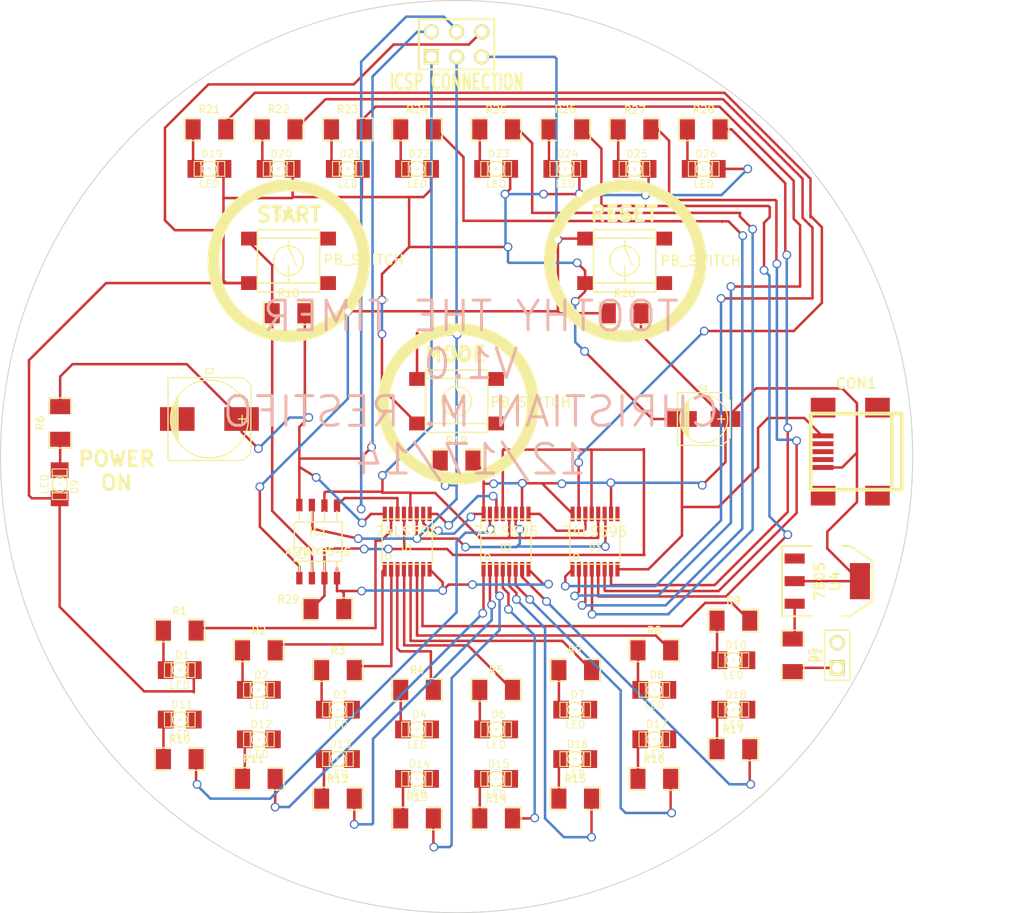
<source format=kicad_pcb>
(kicad_pcb (version 3) (host pcbnew "(2013-07-07 BZR 4022)-stable")
  (layers (15 F.Cu signal) (0 B.Cu signal) (18 B.Paste user) (19 F.Paste user) (20 B.SilkS user hide) (21 F.SilkS user) (22 B.Mask user) (23 F.Mask user) (28 Edge.Cuts user))
  (net 0 "")
  (net 1 /DATA)
  (net 2 /ENABLE)
  (net 3 /LATCH)
  (net 4 /MODE)
  (net 5 /RST)
  (net 6 /START)
  (net 7 GND)
  (net 8 N-000001)
  (net 9 N-0000010)
  (net 10 N-0000011)
  (net 11 N-0000013)
  (net 12 N-0000014)
  (net 13 N-0000015)
  (net 14 N-0000016)
  (net 15 N-0000017)
  (net 16 N-0000018)
  (net 17 N-0000019)
  (net 18 N-000002)
  (net 19 N-0000020)
  (net 20 N-0000021)
  (net 21 N-0000022)
  (net 22 N-0000023)
  (net 23 N-0000024)
  (net 24 N-0000025)
  (net 25 N-0000026)
  (net 26 N-0000027)
  (net 27 N-0000028)
  (net 28 N-0000029)
  (net 29 N-000003)
  (net 30 N-0000030)
  (net 31 N-0000031)
  (net 32 N-0000032)
  (net 33 N-0000033)
  (net 34 N-0000034)
  (net 35 N-000004)
  (net 36 N-0000042)
  (net 37 N-0000043)
  (net 38 N-000005)
  (net 39 N-0000057)
  (net 40 N-000006)
  (net 41 N-0000060)
  (net 42 N-0000061)
  (net 43 N-0000062)
  (net 44 N-0000063)
  (net 45 N-0000064)
  (net 46 N-0000065)
  (net 47 N-0000066)
  (net 48 N-0000067)
  (net 49 N-0000068)
  (net 50 N-0000069)
  (net 51 N-000007)
  (net 52 N-0000070)
  (net 53 N-0000071)
  (net 54 N-0000072)
  (net 55 N-0000073)
  (net 56 N-0000074)
  (net 57 N-0000075)
  (net 58 N-0000076)
  (net 59 N-000008)
  (net 60 N-000009)
  (net 61 VCC)
  (module USB_MINI_B (layer F.Cu) (at 241.427 104.902 180)
    (fp_text reference CON1 (at 0 6.90118 180) (layer F.SilkS) (effects (font (size 1.016 1.016) (thickness 0.2032))))
    (fp_text value USB-MINI-B hide)
    (pad 1 smd rect (at 3.44932 -1.6002 180) (size 2.30124 0.50038) (layers F.Cu F.Paste F.Mask) (net 61 VCC))
    (pad 2 smd rect (at 3.44932 -0.8001 180) (size 2.30124 0.50038) (layers F.Cu F.Paste F.Mask))
    (pad 3 smd rect (at 3.44932 0 180) (size 2.30124 0.50038) (layers F.Cu F.Paste F.Mask))
    (pad 4 smd rect (at 3.44932 0.8001 180) (size 2.30124 0.50038) (layers F.Cu F.Paste F.Mask))
    (pad 5 smd rect (at 3.44932 1.6002 180) (size 2.30124 0.50038) (layers F.Cu F.Paste F.Mask) (net 7 GND))
    (pad 6 smd rect (at 3.35026 -4.45008 180) (size 2.49936 1.99898) (layers F.Cu F.Paste F.Mask))
    (pad 7 smd rect (at -2.14884 -4.45008 180) (size 2.49936 1.99898) (layers F.Cu F.Paste F.Mask))
    (pad 8 smd rect (at 3.35026 4.45008 180) (size 2.49936 1.99898) (layers F.Cu F.Paste F.Mask))
    (pad 9 smd rect (at -2.14884 4.45008 180) (size 2.49936 1.99898) (layers F.Cu F.Paste F.Mask))
    (pad "" np_thru_hole circle (at 0.8509 -2.19964 180) (size 0.89916 0.89916) (drill 0.89916) (layers *.Cu *.Mask F.SilkS))
    (pad 2 np_thru_hole circle (at 0.8509 2.19964 180) (size 0.89916 0.89916) (drill 0.89916) (layers *.Cu *.Mask F.SilkS))
  )
  (module tssop-16 (layer F.Cu) (at 215 114)
    (fp_text reference U3 (at 0 0.59944) (layer F.SilkS) (effects (font (size 0.70104 0.59944) (thickness 0.11938))))
    (fp_text value 74LS595 (at 0 -1.00076) (layer F.SilkS) (effects (font (size 1.00076 1.00076) (thickness 0.14986))))
    (pad 4 smd rect (at -0.32512 2.79908) (size 0.4191 1.47066) (layers F.Cu F.Paste F.Mask) (net 32 N-0000032))
    (pad 5 smd rect (at 0.32512 2.79908) (size 0.4191 1.47066) (layers F.Cu F.Paste F.Mask) (net 31 N-0000031))
    (pad 6 smd rect (at 0.97536 2.79908) (size 0.4191 1.47066) (layers F.Cu F.Paste F.Mask) (net 21 N-0000022))
    (pad 7 smd rect (at 1.6256 2.79908) (size 0.4191 1.47066) (layers F.Cu F.Paste F.Mask) (net 34 N-0000034))
    (pad 16 smd rect (at -2.26568 -2.794) (size 0.4191 1.47066) (layers F.Cu F.Paste F.Mask) (net 61 VCC))
    (pad 1 smd rect (at -2.27584 2.79908) (size 0.4191 1.47066) (layers F.Cu F.Paste F.Mask) (net 9 N-0000010))
    (pad 2 smd rect (at -1.6256 2.79908) (size 0.4191 1.47066) (layers F.Cu F.Paste F.Mask) (net 10 N-0000011))
    (pad 3 smd rect (at -0.97536 2.79908) (size 0.4191 1.47066) (layers F.Cu F.Paste F.Mask) (net 33 N-0000033))
    (pad 9 smd rect (at 2.27584 -2.79908) (size 0.4191 1.47066) (layers F.Cu F.Paste F.Mask))
    (pad 10 smd rect (at 1.6256 -2.79908) (size 0.4191 1.47066) (layers F.Cu F.Paste F.Mask) (net 61 VCC))
    (pad 11 smd rect (at 0.97536 -2.79908) (size 0.4191 1.47066) (layers F.Cu F.Paste F.Mask) (net 4 /MODE))
    (pad 12 smd rect (at 0.32512 -2.79908) (size 0.4191 1.47066) (layers F.Cu F.Paste F.Mask) (net 3 /LATCH))
    (pad 13 smd rect (at -0.32512 -2.79908) (size 0.4191 1.47066) (layers F.Cu F.Paste F.Mask) (net 2 /ENABLE))
    (pad 14 smd rect (at -0.97536 -2.79908) (size 0.4191 1.47066) (layers F.Cu F.Paste F.Mask) (net 39 N-0000057))
    (pad 8 smd rect (at 2.27584 2.79908) (size 0.4191 1.47066) (layers F.Cu F.Paste F.Mask) (net 7 GND))
    (pad 15 smd rect (at -1.6256 -2.794) (size 0.4191 1.47066) (layers F.Cu F.Paste F.Mask) (net 60 N-000009))
  )
  (module tssop-16 (layer F.Cu) (at 206 114)
    (fp_text reference U2 (at 0 0.59944) (layer F.SilkS) (effects (font (size 0.70104 0.59944) (thickness 0.11938))))
    (fp_text value 74LS595 (at 0 -1.00076) (layer F.SilkS) (effects (font (size 1.00076 1.00076) (thickness 0.14986))))
    (pad 4 smd rect (at -0.32512 2.79908) (size 0.4191 1.47066) (layers F.Cu F.Paste F.Mask) (net 38 N-000005))
    (pad 5 smd rect (at 0.32512 2.79908) (size 0.4191 1.47066) (layers F.Cu F.Paste F.Mask) (net 40 N-000006))
    (pad 6 smd rect (at 0.97536 2.79908) (size 0.4191 1.47066) (layers F.Cu F.Paste F.Mask) (net 51 N-000007))
    (pad 7 smd rect (at 1.6256 2.79908) (size 0.4191 1.47066) (layers F.Cu F.Paste F.Mask) (net 59 N-000008))
    (pad 16 smd rect (at -2.26568 -2.794) (size 0.4191 1.47066) (layers F.Cu F.Paste F.Mask) (net 61 VCC))
    (pad 1 smd rect (at -2.27584 2.79908) (size 0.4191 1.47066) (layers F.Cu F.Paste F.Mask) (net 18 N-000002))
    (pad 2 smd rect (at -1.6256 2.79908) (size 0.4191 1.47066) (layers F.Cu F.Paste F.Mask) (net 29 N-000003))
    (pad 3 smd rect (at -0.97536 2.79908) (size 0.4191 1.47066) (layers F.Cu F.Paste F.Mask) (net 35 N-000004))
    (pad 9 smd rect (at 2.27584 -2.79908) (size 0.4191 1.47066) (layers F.Cu F.Paste F.Mask) (net 39 N-0000057))
    (pad 10 smd rect (at 1.6256 -2.79908) (size 0.4191 1.47066) (layers F.Cu F.Paste F.Mask) (net 61 VCC))
    (pad 11 smd rect (at 0.97536 -2.79908) (size 0.4191 1.47066) (layers F.Cu F.Paste F.Mask) (net 4 /MODE))
    (pad 12 smd rect (at 0.32512 -2.79908) (size 0.4191 1.47066) (layers F.Cu F.Paste F.Mask) (net 3 /LATCH))
    (pad 13 smd rect (at -0.32512 -2.79908) (size 0.4191 1.47066) (layers F.Cu F.Paste F.Mask) (net 2 /ENABLE))
    (pad 14 smd rect (at -0.97536 -2.79908) (size 0.4191 1.47066) (layers F.Cu F.Paste F.Mask) (net 20 N-0000021))
    (pad 8 smd rect (at 2.27584 2.79908) (size 0.4191 1.47066) (layers F.Cu F.Paste F.Mask) (net 7 GND))
    (pad 15 smd rect (at -1.6256 -2.794) (size 0.4191 1.47066) (layers F.Cu F.Paste F.Mask) (net 8 N-000001))
  )
  (module tssop-16 (layer F.Cu) (at 196 114)
    (fp_text reference U1 (at 0 0.59944) (layer F.SilkS) (effects (font (size 0.70104 0.59944) (thickness 0.11938))))
    (fp_text value 74LS595 (at 0 -1.00076) (layer F.SilkS) (effects (font (size 1.00076 1.00076) (thickness 0.14986))))
    (pad 4 smd rect (at -0.32512 2.79908) (size 0.4191 1.47066) (layers F.Cu F.Paste F.Mask) (net 15 N-0000017))
    (pad 5 smd rect (at 0.32512 2.79908) (size 0.4191 1.47066) (layers F.Cu F.Paste F.Mask) (net 16 N-0000018))
    (pad 6 smd rect (at 0.97536 2.79908) (size 0.4191 1.47066) (layers F.Cu F.Paste F.Mask) (net 17 N-0000019))
    (pad 7 smd rect (at 1.6256 2.79908) (size 0.4191 1.47066) (layers F.Cu F.Paste F.Mask) (net 19 N-0000020))
    (pad 16 smd rect (at -2.26568 -2.794) (size 0.4191 1.47066) (layers F.Cu F.Paste F.Mask) (net 61 VCC))
    (pad 1 smd rect (at -2.27584 2.79908) (size 0.4191 1.47066) (layers F.Cu F.Paste F.Mask) (net 12 N-0000014))
    (pad 2 smd rect (at -1.6256 2.79908) (size 0.4191 1.47066) (layers F.Cu F.Paste F.Mask) (net 13 N-0000015))
    (pad 3 smd rect (at -0.97536 2.79908) (size 0.4191 1.47066) (layers F.Cu F.Paste F.Mask) (net 14 N-0000016))
    (pad 9 smd rect (at 2.27584 -2.79908) (size 0.4191 1.47066) (layers F.Cu F.Paste F.Mask) (net 20 N-0000021))
    (pad 10 smd rect (at 1.6256 -2.79908) (size 0.4191 1.47066) (layers F.Cu F.Paste F.Mask) (net 61 VCC))
    (pad 11 smd rect (at 0.97536 -2.79908) (size 0.4191 1.47066) (layers F.Cu F.Paste F.Mask) (net 4 /MODE))
    (pad 12 smd rect (at 0.32512 -2.79908) (size 0.4191 1.47066) (layers F.Cu F.Paste F.Mask) (net 3 /LATCH))
    (pad 13 smd rect (at -0.32512 -2.79908) (size 0.4191 1.47066) (layers F.Cu F.Paste F.Mask) (net 2 /ENABLE))
    (pad 14 smd rect (at -0.97536 -2.79908) (size 0.4191 1.47066) (layers F.Cu F.Paste F.Mask) (net 1 /DATA))
    (pad 8 smd rect (at 2.27584 2.79908) (size 0.4191 1.47066) (layers F.Cu F.Paste F.Mask) (net 7 GND))
    (pad 15 smd rect (at -1.6256 -2.794) (size 0.4191 1.47066) (layers F.Cu F.Paste F.Mask) (net 11 N-0000013))
  )
  (module SM1206 (layer F.Cu) (at 212 72.3 180)
    (fp_text reference R26 (at 0 2.032 180) (layer F.SilkS) (effects (font (size 0.762 0.762) (thickness 0.127))))
    (fp_text value R hide)
    (pad 1 smd rect (at -1.651 0 180) (size 1.524 2.032) (layers F.Cu F.Paste F.Mask) (net 31 N-0000031))
    (pad 2 smd rect (at 1.651 0 180) (size 1.524 2.032) (layers F.Cu F.Paste F.Mask) (net 22 N-0000023))
  )
  (module SM1206 (layer F.Cu) (at 181 138 180)
    (fp_text reference R11 (at 0.508 2.032 180) (layer F.SilkS) (effects (font (size 0.762 0.762) (thickness 0.127))))
    (fp_text value R hide)
    (pad 1 smd rect (at -1.651 0 180) (size 1.524 2.032) (layers F.Cu F.Paste F.Mask) (net 18 N-000002))
    (pad 2 smd rect (at 1.651 0 180) (size 1.524 2.032) (layers F.Cu F.Paste F.Mask) (net 45 N-0000064))
  )
  (module SM1206 (layer F.Cu) (at 189 140 180)
    (fp_text reference R12 (at 0 2 180) (layer F.SilkS) (effects (font (size 0.762 0.762) (thickness 0.127))))
    (fp_text value R hide)
    (pad 1 smd rect (at -1.651 0 180) (size 1.524 2.032) (layers F.Cu F.Paste F.Mask) (net 29 N-000003))
    (pad 2 smd rect (at 1.651 0 180) (size 1.524 2.032) (layers F.Cu F.Paste F.Mask) (net 44 N-0000063))
  )
  (module SM1206 (layer F.Cu) (at 197 142 180)
    (fp_text reference R13 (at -0.022 2.164 180) (layer F.SilkS) (effects (font (size 0.762 0.762) (thickness 0.127))))
    (fp_text value R hide)
    (pad 1 smd rect (at -1.651 0 180) (size 1.524 2.032) (layers F.Cu F.Paste F.Mask) (net 35 N-000004))
    (pad 2 smd rect (at 1.651 0 180) (size 1.524 2.032) (layers F.Cu F.Paste F.Mask) (net 43 N-0000062))
  )
  (module SM1206 (layer F.Cu) (at 205 142 180)
    (fp_text reference R14 (at 0 2 180) (layer F.SilkS) (effects (font (size 0.762 0.762) (thickness 0.127))))
    (fp_text value R hide)
    (pad 1 smd rect (at -1.651 0 180) (size 1.524 2.032) (layers F.Cu F.Paste F.Mask) (net 38 N-000005))
    (pad 2 smd rect (at 1.651 0 180) (size 1.524 2.032) (layers F.Cu F.Paste F.Mask) (net 42 N-0000061))
  )
  (module SM1206 (layer F.Cu) (at 213 140 180)
    (fp_text reference R15 (at 0 2 180) (layer F.SilkS) (effects (font (size 0.762 0.762) (thickness 0.127))))
    (fp_text value R hide)
    (pad 1 smd rect (at -1.651 0 180) (size 1.524 2.032) (layers F.Cu F.Paste F.Mask) (net 40 N-000006))
    (pad 2 smd rect (at 1.651 0 180) (size 1.524 2.032) (layers F.Cu F.Paste F.Mask) (net 41 N-0000060))
  )
  (module SM1206 (layer F.Cu) (at 221 138 180)
    (fp_text reference R16 (at 0 2 180) (layer F.SilkS) (effects (font (size 0.762 0.762) (thickness 0.127))))
    (fp_text value R hide)
    (pad 1 smd rect (at -1.651 0 180) (size 1.524 2.032) (layers F.Cu F.Paste F.Mask) (net 51 N-000007))
    (pad 2 smd rect (at 1.651 0 180) (size 1.524 2.032) (layers F.Cu F.Paste F.Mask) (net 49 N-0000068))
  )
  (module SM1206 (layer F.Cu) (at 176 72.3 180)
    (fp_text reference R21 (at 0 2.032 180) (layer F.SilkS) (effects (font (size 0.762 0.762) (thickness 0.127))))
    (fp_text value R hide)
    (pad 1 smd rect (at -1.651 0 180) (size 1.524 2.032) (layers F.Cu F.Paste F.Mask) (net 60 N-000009))
    (pad 2 smd rect (at 1.651 0 180) (size 1.524 2.032) (layers F.Cu F.Paste F.Mask) (net 27 N-0000028))
  )
  (module SM1206 (layer F.Cu) (at 183 72.3 180)
    (fp_text reference R22 (at 0 2.032 180) (layer F.SilkS) (effects (font (size 0.762 0.762) (thickness 0.127))))
    (fp_text value R hide)
    (pad 1 smd rect (at -1.651 0 180) (size 1.524 2.032) (layers F.Cu F.Paste F.Mask) (net 9 N-0000010))
    (pad 2 smd rect (at 1.651 0 180) (size 1.524 2.032) (layers F.Cu F.Paste F.Mask) (net 26 N-0000027))
  )
  (module SM1206 (layer F.Cu) (at 190 72.3 180)
    (fp_text reference R23 (at 0 2.032 180) (layer F.SilkS) (effects (font (size 0.762 0.762) (thickness 0.127))))
    (fp_text value R hide)
    (pad 1 smd rect (at -1.651 0 180) (size 1.524 2.032) (layers F.Cu F.Paste F.Mask) (net 10 N-0000011))
    (pad 2 smd rect (at 1.651 0 180) (size 1.524 2.032) (layers F.Cu F.Paste F.Mask) (net 25 N-0000026))
  )
  (module SM1206 (layer F.Cu) (at 197 72.3 180)
    (fp_text reference R24 (at 0 2.032 180) (layer F.SilkS) (effects (font (size 0.762 0.762) (thickness 0.127))))
    (fp_text value R hide)
    (pad 1 smd rect (at -1.651 0 180) (size 1.524 2.032) (layers F.Cu F.Paste F.Mask) (net 33 N-0000033))
    (pad 2 smd rect (at 1.651 0 180) (size 1.524 2.032) (layers F.Cu F.Paste F.Mask) (net 24 N-0000025))
  )
  (module SM1206 (layer F.Cu) (at 205 72.3 180)
    (fp_text reference R25 (at 0 2 180) (layer F.SilkS) (effects (font (size 0.762 0.762) (thickness 0.127))))
    (fp_text value R hide)
    (pad 1 smd rect (at -1.651 0 180) (size 1.524 2.032) (layers F.Cu F.Paste F.Mask) (net 32 N-0000032))
    (pad 2 smd rect (at 1.651 0 180) (size 1.524 2.032) (layers F.Cu F.Paste F.Mask) (net 23 N-0000024))
  )
  (module SM1206 (layer F.Cu) (at 229 135 180)
    (fp_text reference R17 (at 0 2 180) (layer F.SilkS) (effects (font (size 0.762 0.762) (thickness 0.127))))
    (fp_text value R hide)
    (pad 1 smd rect (at -1.651 0 180) (size 1.524 2.032) (layers F.Cu F.Paste F.Mask) (net 59 N-000008))
    (pad 2 smd rect (at 1.651 0 180) (size 1.524 2.032) (layers F.Cu F.Paste F.Mask) (net 48 N-0000067))
  )
  (module SM1206 (layer F.Cu) (at 219 72.3 180)
    (fp_text reference R27 (at -0.032 1.962 180) (layer F.SilkS) (effects (font (size 0.762 0.762) (thickness 0.127))))
    (fp_text value R hide)
    (pad 1 smd rect (at -1.651 0 180) (size 1.524 2.032) (layers F.Cu F.Paste F.Mask) (net 21 N-0000022))
    (pad 2 smd rect (at 1.651 0 180) (size 1.524 2.032) (layers F.Cu F.Paste F.Mask) (net 30 N-0000030))
  )
  (module SM1206 (layer F.Cu) (at 226 72.3 180)
    (fp_text reference R28 (at 0 2 180) (layer F.SilkS) (effects (font (size 0.762 0.762) (thickness 0.127))))
    (fp_text value R hide)
    (pad 1 smd rect (at -1.651 0 180) (size 1.524 2.032) (layers F.Cu F.Paste F.Mask) (net 34 N-0000034))
    (pad 2 smd rect (at 1.651 0 180) (size 1.524 2.032) (layers F.Cu F.Paste F.Mask) (net 28 N-0000029))
  )
  (module SM1206 (layer F.Cu) (at 218 90.9 180)
    (fp_text reference R20 (at 0 2 180) (layer F.SilkS) (effects (font (size 0.762 0.762) (thickness 0.127))))
    (fp_text value R hide)
    (pad 1 smd rect (at -1.651 0 180) (size 1.524 2.032) (layers F.Cu F.Paste F.Mask) (net 61 VCC))
    (pad 2 smd rect (at 1.651 0 180) (size 1.524 2.032) (layers F.Cu F.Paste F.Mask) (net 5 /RST))
  )
  (module SM1206 (layer F.Cu) (at 201 105.8 180)
    (fp_text reference R19 (at 0 2 180) (layer F.SilkS) (effects (font (size 0.762 0.762) (thickness 0.127))))
    (fp_text value R hide)
    (pad 1 smd rect (at -1.651 0 180) (size 1.524 2.032) (layers F.Cu F.Paste F.Mask) (net 61 VCC))
    (pad 2 smd rect (at 1.651 0 180) (size 1.524 2.032) (layers F.Cu F.Paste F.Mask) (net 4 /MODE))
  )
  (module SM1206 (layer F.Cu) (at 184 90.9 180)
    (fp_text reference R18 (at 0 2 180) (layer F.SilkS) (effects (font (size 0.762 0.762) (thickness 0.127))))
    (fp_text value R hide)
    (pad 1 smd rect (at -1.651 0 180) (size 1.524 2.032) (layers F.Cu F.Paste F.Mask) (net 61 VCC))
    (pad 2 smd rect (at 1.651 0 180) (size 1.524 2.032) (layers F.Cu F.Paste F.Mask) (net 6 /START))
  )
  (module SM1206 (layer F.Cu) (at 173 136 180)
    (fp_text reference R10 (at 0 2 180) (layer F.SilkS) (effects (font (size 0.762 0.762) (thickness 0.127))))
    (fp_text value R hide)
    (pad 1 smd rect (at -1.651 0 180) (size 1.524 2.032) (layers F.Cu F.Paste F.Mask) (net 8 N-000001))
    (pad 2 smd rect (at 1.651 0 180) (size 1.524 2.032) (layers F.Cu F.Paste F.Mask) (net 46 N-0000065))
  )
  (module SM1206 (layer F.Cu) (at 173 123 180)
    (fp_text reference R1 (at 0 2 180) (layer F.SilkS) (effects (font (size 0.762 0.762) (thickness 0.127))))
    (fp_text value R hide)
    (pad 1 smd rect (at -1.651 0 180) (size 1.524 2.032) (layers F.Cu F.Paste F.Mask) (net 11 N-0000013))
    (pad 2 smd rect (at 1.651 0 180) (size 1.524 2.032) (layers F.Cu F.Paste F.Mask) (net 52 N-0000070))
  )
  (module SM1206 (layer F.Cu) (at 181 125 180)
    (fp_text reference R2 (at 0 2 180) (layer F.SilkS) (effects (font (size 0.762 0.762) (thickness 0.127))))
    (fp_text value R hide)
    (pad 1 smd rect (at -1.651 0 180) (size 1.524 2.032) (layers F.Cu F.Paste F.Mask) (net 12 N-0000014))
    (pad 2 smd rect (at 1.651 0 180) (size 1.524 2.032) (layers F.Cu F.Paste F.Mask) (net 50 N-0000069))
  )
  (module SM1206 (layer F.Cu) (at 189 127 180)
    (fp_text reference R3 (at 0 2 180) (layer F.SilkS) (effects (font (size 0.762 0.762) (thickness 0.127))))
    (fp_text value R hide)
    (pad 1 smd rect (at -1.651 0 180) (size 1.524 2.032) (layers F.Cu F.Paste F.Mask) (net 13 N-0000015))
    (pad 2 smd rect (at 1.651 0 180) (size 1.524 2.032) (layers F.Cu F.Paste F.Mask) (net 53 N-0000071))
  )
  (module SM1206 (layer F.Cu) (at 197 129 180)
    (fp_text reference R4 (at 0 2 180) (layer F.SilkS) (effects (font (size 0.762 0.762) (thickness 0.127))))
    (fp_text value R hide)
    (pad 1 smd rect (at -1.651 0 180) (size 1.524 2.032) (layers F.Cu F.Paste F.Mask) (net 14 N-0000016))
    (pad 2 smd rect (at 1.651 0 180) (size 1.524 2.032) (layers F.Cu F.Paste F.Mask) (net 58 N-0000076))
  )
  (module SM1206 (layer F.Cu) (at 205 129 180)
    (fp_text reference R5 (at 0 2 180) (layer F.SilkS) (effects (font (size 0.762 0.762) (thickness 0.127))))
    (fp_text value R hide)
    (pad 1 smd rect (at -1.651 0 180) (size 1.524 2.032) (layers F.Cu F.Paste F.Mask) (net 15 N-0000017))
    (pad 2 smd rect (at 1.651 0 180) (size 1.524 2.032) (layers F.Cu F.Paste F.Mask) (net 57 N-0000075))
  )
  (module SM1206 (layer F.Cu) (at 213 127 180)
    (fp_text reference R7 (at 0 2 180) (layer F.SilkS) (effects (font (size 0.762 0.762) (thickness 0.127))))
    (fp_text value R hide)
    (pad 1 smd rect (at -1.651 0 180) (size 1.524 2.032) (layers F.Cu F.Paste F.Mask) (net 16 N-0000018))
    (pad 2 smd rect (at 1.651 0 180) (size 1.524 2.032) (layers F.Cu F.Paste F.Mask) (net 56 N-0000074))
  )
  (module SM1206 (layer F.Cu) (at 221 125 180)
    (fp_text reference R8 (at 0 2 180) (layer F.SilkS) (effects (font (size 0.762 0.762) (thickness 0.127))))
    (fp_text value R hide)
    (pad 1 smd rect (at -1.651 0 180) (size 1.524 2.032) (layers F.Cu F.Paste F.Mask) (net 17 N-0000019))
    (pad 2 smd rect (at 1.651 0 180) (size 1.524 2.032) (layers F.Cu F.Paste F.Mask) (net 55 N-0000073))
  )
  (module SM1206 (layer F.Cu) (at 229 122 180)
    (fp_text reference R9 (at 0 2.032 180) (layer F.SilkS) (effects (font (size 0.762 0.762) (thickness 0.127))))
    (fp_text value R hide)
    (pad 1 smd rect (at -1.651 0 180) (size 1.524 2.032) (layers F.Cu F.Paste F.Mask) (net 19 N-0000020))
    (pad 2 smd rect (at 1.651 0 180) (size 1.524 2.032) (layers F.Cu F.Paste F.Mask) (net 54 N-0000072))
  )
  (module SM1206 (layer F.Cu) (at 160.9 102 270)
    (fp_text reference R6 (at 0 2.032 270) (layer F.SilkS) (effects (font (size 0.762 0.762) (thickness 0.127))))
    (fp_text value R hide)
    (pad 1 smd rect (at -1.651 0 270) (size 1.524 2.032) (layers F.Cu F.Paste F.Mask) (net 61 VCC))
    (pad 2 smd rect (at 1.651 0 270) (size 1.524 2.032) (layers F.Cu F.Paste F.Mask) (net 47 N-0000066))
  )
  (module SM1206 (layer F.Cu) (at 235 125.5 90)
    (fp_text reference D5 (at 0 2.032 90) (layer F.SilkS) (effects (font (size 0.762 0.762) (thickness 0.127))))
    (fp_text value DIODE hide)
    (pad 1 smd rect (at -1.651 0 90) (size 1.524 2.032) (layers F.Cu F.Paste F.Mask) (net 36 N-0000042))
    (pad 2 smd rect (at 1.651 0 90) (size 1.524 2.032) (layers F.Cu F.Paste F.Mask) (net 37 N-0000043))
  )
  (module pin_array_3x2 (layer F.Cu) (at 201 63.7)
    (fp_text reference P1 hide)
    (fp_text value CONN_3X2 hide)
    (pad 1 thru_hole rect (at -2.54 1.27) (size 1.524 1.524) (drill 1.016) (layers *.Cu *.Mask F.SilkS) (net 3 /LATCH))
    (pad 2 thru_hole circle (at -2.54 -1.27) (size 1.524 1.524) (drill 1.016) (layers *.Cu *.Mask F.SilkS) (net 61 VCC))
    (pad 3 thru_hole circle (at 0 1.27) (size 1.524 1.524) (drill 1.016) (layers *.Cu *.Mask F.SilkS) (net 4 /MODE))
    (pad 4 thru_hole circle (at 0 -1.27) (size 1.524 1.524) (drill 1.016) (layers *.Cu *.Mask F.SilkS) (net 1 /DATA))
    (pad 5 thru_hole circle (at 2.54 1.27) (size 1.524 1.524) (drill 1.016) (layers *.Cu *.Mask F.SilkS) (net 5 /RST))
    (pad 6 thru_hole circle (at 2.54 -1.27) (size 1.524 1.524) (drill 1.016) (layers *.Cu *.Mask F.SilkS) (net 7 GND))
  )
  (module LED-1206 (layer F.Cu) (at 181 134)
    (fp_text reference D12 (at 0.254 -1.524) (layer F.SilkS) (effects (font (size 0.762 0.762) (thickness 0.0889))))
    (fp_text value LED (at 0 1.524) (layer F.SilkS) (effects (font (size 0.762 0.762) (thickness 0.0889))))
    (pad 1 smd rect (at -1.41986 0) (size 1.59766 1.80086) (layers F.Cu F.Paste F.Mask) (net 45 N-0000064))
    (pad 2 smd rect (at 1.41986 0) (size 1.59766 1.80086) (layers F.Cu F.Paste F.Mask) (net 7 GND))
  )
  (module LED-1206 (layer F.Cu) (at 160.85 108.2 270)
    (fp_text reference D9 (at 0.254 -1.524 270) (layer F.SilkS) (effects (font (size 0.762 0.762) (thickness 0.0889))))
    (fp_text value LED (at 0 1.524 270) (layer F.SilkS) (effects (font (size 0.762 0.762) (thickness 0.0889))))
    (pad 1 smd rect (at -1.41986 0 270) (size 1.59766 1.80086) (layers F.Cu F.Paste F.Mask) (net 47 N-0000066))
    (pad 2 smd rect (at 1.41986 0 270) (size 1.59766 1.80086) (layers F.Cu F.Paste F.Mask) (net 7 GND))
  )
  (module LED-1206 (layer F.Cu) (at 229 126)
    (fp_text reference D10 (at 0.254 -1.524) (layer F.SilkS) (effects (font (size 0.762 0.762) (thickness 0.0889))))
    (fp_text value LED (at 0 1.524) (layer F.SilkS) (effects (font (size 0.762 0.762) (thickness 0.0889))))
    (pad 1 smd rect (at -1.41986 0) (size 1.59766 1.80086) (layers F.Cu F.Paste F.Mask) (net 54 N-0000072))
    (pad 2 smd rect (at 1.41986 0) (size 1.59766 1.80086) (layers F.Cu F.Paste F.Mask) (net 7 GND))
  )
  (module LED-1206 (layer F.Cu) (at 226 76.3)
    (fp_text reference D26 (at 0.254 -1.524) (layer F.SilkS) (effects (font (size 0.762 0.762) (thickness 0.0889))))
    (fp_text value LED (at 0 1.524) (layer F.SilkS) (effects (font (size 0.762 0.762) (thickness 0.0889))))
    (pad 1 smd rect (at -1.41986 0) (size 1.59766 1.80086) (layers F.Cu F.Paste F.Mask) (net 28 N-0000029))
    (pad 2 smd rect (at 1.41986 0) (size 1.59766 1.80086) (layers F.Cu F.Paste F.Mask) (net 7 GND))
  )
  (module LED-1206 (layer F.Cu) (at 219 76.3)
    (fp_text reference D25 (at 0.254 -1.524) (layer F.SilkS) (effects (font (size 0.762 0.762) (thickness 0.0889))))
    (fp_text value LED (at 0 1.524) (layer F.SilkS) (effects (font (size 0.762 0.762) (thickness 0.0889))))
    (pad 1 smd rect (at -1.41986 0) (size 1.59766 1.80086) (layers F.Cu F.Paste F.Mask) (net 30 N-0000030))
    (pad 2 smd rect (at 1.41986 0) (size 1.59766 1.80086) (layers F.Cu F.Paste F.Mask) (net 7 GND))
  )
  (module LED-1206 (layer F.Cu) (at 212 76.3)
    (fp_text reference D24 (at 0.254 -1.524) (layer F.SilkS) (effects (font (size 0.762 0.762) (thickness 0.0889))))
    (fp_text value LED (at 0 1.524) (layer F.SilkS) (effects (font (size 0.762 0.762) (thickness 0.0889))))
    (pad 1 smd rect (at -1.41986 0) (size 1.59766 1.80086) (layers F.Cu F.Paste F.Mask) (net 22 N-0000023))
    (pad 2 smd rect (at 1.41986 0) (size 1.59766 1.80086) (layers F.Cu F.Paste F.Mask) (net 7 GND))
  )
  (module LED-1206 (layer F.Cu) (at 205 76.3)
    (fp_text reference D23 (at 0.254 -1.524) (layer F.SilkS) (effects (font (size 0.762 0.762) (thickness 0.0889))))
    (fp_text value LED (at 0 1.524) (layer F.SilkS) (effects (font (size 0.762 0.762) (thickness 0.0889))))
    (pad 1 smd rect (at -1.41986 0) (size 1.59766 1.80086) (layers F.Cu F.Paste F.Mask) (net 23 N-0000024))
    (pad 2 smd rect (at 1.41986 0) (size 1.59766 1.80086) (layers F.Cu F.Paste F.Mask) (net 7 GND))
  )
  (module LED-1206 (layer F.Cu) (at 197 76.3)
    (fp_text reference D22 (at 0.254 -1.524) (layer F.SilkS) (effects (font (size 0.762 0.762) (thickness 0.0889))))
    (fp_text value LED (at 0 1.524) (layer F.SilkS) (effects (font (size 0.762 0.762) (thickness 0.0889))))
    (pad 1 smd rect (at -1.41986 0) (size 1.59766 1.80086) (layers F.Cu F.Paste F.Mask) (net 24 N-0000025))
    (pad 2 smd rect (at 1.41986 0) (size 1.59766 1.80086) (layers F.Cu F.Paste F.Mask) (net 7 GND))
  )
  (module LED-1206 (layer F.Cu) (at 190 76.3)
    (fp_text reference D21 (at 0.254 -1.524) (layer F.SilkS) (effects (font (size 0.762 0.762) (thickness 0.0889))))
    (fp_text value LED (at 0 1.524) (layer F.SilkS) (effects (font (size 0.762 0.762) (thickness 0.0889))))
    (pad 1 smd rect (at -1.41986 0) (size 1.59766 1.80086) (layers F.Cu F.Paste F.Mask) (net 25 N-0000026))
    (pad 2 smd rect (at 1.41986 0) (size 1.59766 1.80086) (layers F.Cu F.Paste F.Mask) (net 7 GND))
  )
  (module LED-1206 (layer F.Cu) (at 183 76.3)
    (fp_text reference D20 (at 0.254 -1.524) (layer F.SilkS) (effects (font (size 0.762 0.762) (thickness 0.0889))))
    (fp_text value LED (at 0 1.524) (layer F.SilkS) (effects (font (size 0.762 0.762) (thickness 0.0889))))
    (pad 1 smd rect (at -1.41986 0) (size 1.59766 1.80086) (layers F.Cu F.Paste F.Mask) (net 26 N-0000027))
    (pad 2 smd rect (at 1.41986 0) (size 1.59766 1.80086) (layers F.Cu F.Paste F.Mask) (net 7 GND))
  )
  (module LED-1206 (layer F.Cu) (at 176 76.3)
    (fp_text reference D19 (at 0.254 -1.524) (layer F.SilkS) (effects (font (size 0.762 0.762) (thickness 0.0889))))
    (fp_text value LED (at 0 1.524) (layer F.SilkS) (effects (font (size 0.762 0.762) (thickness 0.0889))))
    (pad 1 smd rect (at -1.41986 0) (size 1.59766 1.80086) (layers F.Cu F.Paste F.Mask) (net 27 N-0000028))
    (pad 2 smd rect (at 1.41986 0) (size 1.59766 1.80086) (layers F.Cu F.Paste F.Mask) (net 7 GND))
  )
  (module LED-1206 (layer F.Cu) (at 221 129)
    (fp_text reference D8 (at 0.254 -1.524) (layer F.SilkS) (effects (font (size 0.762 0.762) (thickness 0.0889))))
    (fp_text value LED (at 0 1.524) (layer F.SilkS) (effects (font (size 0.762 0.762) (thickness 0.0889))))
    (pad 1 smd rect (at -1.41986 0) (size 1.59766 1.80086) (layers F.Cu F.Paste F.Mask) (net 55 N-0000073))
    (pad 2 smd rect (at 1.41986 0) (size 1.59766 1.80086) (layers F.Cu F.Paste F.Mask) (net 7 GND))
  )
  (module LED-1206 (layer F.Cu) (at 213 131)
    (fp_text reference D7 (at 0.254 -1.524) (layer F.SilkS) (effects (font (size 0.762 0.762) (thickness 0.0889))))
    (fp_text value LED (at 0 1.524) (layer F.SilkS) (effects (font (size 0.762 0.762) (thickness 0.0889))))
    (pad 1 smd rect (at -1.41986 0) (size 1.59766 1.80086) (layers F.Cu F.Paste F.Mask) (net 56 N-0000074))
    (pad 2 smd rect (at 1.41986 0) (size 1.59766 1.80086) (layers F.Cu F.Paste F.Mask) (net 7 GND))
  )
  (module LED-1206 (layer F.Cu) (at 205 133)
    (fp_text reference D6 (at 0.254 -1.524) (layer F.SilkS) (effects (font (size 0.762 0.762) (thickness 0.0889))))
    (fp_text value LED (at 0 1.524) (layer F.SilkS) (effects (font (size 0.762 0.762) (thickness 0.0889))))
    (pad 1 smd rect (at -1.41986 0) (size 1.59766 1.80086) (layers F.Cu F.Paste F.Mask) (net 57 N-0000075))
    (pad 2 smd rect (at 1.41986 0) (size 1.59766 1.80086) (layers F.Cu F.Paste F.Mask) (net 7 GND))
  )
  (module LED-1206 (layer F.Cu) (at 173 132)
    (fp_text reference D11 (at 0.254 -1.524) (layer F.SilkS) (effects (font (size 0.762 0.762) (thickness 0.0889))))
    (fp_text value LED (at 0 1.524) (layer F.SilkS) (effects (font (size 0.762 0.762) (thickness 0.0889))))
    (pad 1 smd rect (at -1.41986 0) (size 1.59766 1.80086) (layers F.Cu F.Paste F.Mask) (net 46 N-0000065))
    (pad 2 smd rect (at 1.41986 0) (size 1.59766 1.80086) (layers F.Cu F.Paste F.Mask) (net 7 GND))
  )
  (module LED-1206 (layer F.Cu) (at 173 127)
    (fp_text reference D1 (at 0.254 -1.524) (layer F.SilkS) (effects (font (size 0.762 0.762) (thickness 0.0889))))
    (fp_text value LED (at 0 1.524) (layer F.SilkS) (effects (font (size 0.762 0.762) (thickness 0.0889))))
    (pad 1 smd rect (at -1.41986 0) (size 1.59766 1.80086) (layers F.Cu F.Paste F.Mask) (net 52 N-0000070))
    (pad 2 smd rect (at 1.41986 0) (size 1.59766 1.80086) (layers F.Cu F.Paste F.Mask) (net 7 GND))
  )
  (module LED-1206 (layer F.Cu) (at 181 129)
    (fp_text reference D2 (at 0.254 -1.524) (layer F.SilkS) (effects (font (size 0.762 0.762) (thickness 0.0889))))
    (fp_text value LED (at 0 1.524) (layer F.SilkS) (effects (font (size 0.762 0.762) (thickness 0.0889))))
    (pad 1 smd rect (at -1.41986 0) (size 1.59766 1.80086) (layers F.Cu F.Paste F.Mask) (net 50 N-0000069))
    (pad 2 smd rect (at 1.41986 0) (size 1.59766 1.80086) (layers F.Cu F.Paste F.Mask) (net 7 GND))
  )
  (module LED-1206 (layer F.Cu) (at 189 131)
    (fp_text reference D3 (at 0.254 -1.524) (layer F.SilkS) (effects (font (size 0.762 0.762) (thickness 0.0889))))
    (fp_text value LED (at 0 1.524) (layer F.SilkS) (effects (font (size 0.762 0.762) (thickness 0.0889))))
    (pad 1 smd rect (at -1.41986 0) (size 1.59766 1.80086) (layers F.Cu F.Paste F.Mask) (net 53 N-0000071))
    (pad 2 smd rect (at 1.41986 0) (size 1.59766 1.80086) (layers F.Cu F.Paste F.Mask) (net 7 GND))
  )
  (module LED-1206 (layer F.Cu) (at 197 133)
    (fp_text reference D4 (at 0.254 -1.524) (layer F.SilkS) (effects (font (size 0.762 0.762) (thickness 0.0889))))
    (fp_text value LED (at 0 1.524) (layer F.SilkS) (effects (font (size 0.762 0.762) (thickness 0.0889))))
    (pad 1 smd rect (at -1.41986 0) (size 1.59766 1.80086) (layers F.Cu F.Paste F.Mask) (net 58 N-0000076))
    (pad 2 smd rect (at 1.41986 0) (size 1.59766 1.80086) (layers F.Cu F.Paste F.Mask) (net 7 GND))
  )
  (module LED-1206 (layer F.Cu) (at 229 131)
    (fp_text reference D18 (at 0.254 -1.524) (layer F.SilkS) (effects (font (size 0.762 0.762) (thickness 0.0889))))
    (fp_text value LED (at 0 1.524) (layer F.SilkS) (effects (font (size 0.762 0.762) (thickness 0.0889))))
    (pad 1 smd rect (at -1.41986 0) (size 1.59766 1.80086) (layers F.Cu F.Paste F.Mask) (net 48 N-0000067))
    (pad 2 smd rect (at 1.41986 0) (size 1.59766 1.80086) (layers F.Cu F.Paste F.Mask) (net 7 GND))
  )
  (module LED-1206 (layer F.Cu) (at 221 134)
    (fp_text reference D17 (at 0.254 -1.524) (layer F.SilkS) (effects (font (size 0.762 0.762) (thickness 0.0889))))
    (fp_text value LED (at 0 1.524) (layer F.SilkS) (effects (font (size 0.762 0.762) (thickness 0.0889))))
    (pad 1 smd rect (at -1.41986 0) (size 1.59766 1.80086) (layers F.Cu F.Paste F.Mask) (net 49 N-0000068))
    (pad 2 smd rect (at 1.41986 0) (size 1.59766 1.80086) (layers F.Cu F.Paste F.Mask) (net 7 GND))
  )
  (module LED-1206 (layer F.Cu) (at 213 136)
    (fp_text reference D16 (at 0.254 -1.524) (layer F.SilkS) (effects (font (size 0.762 0.762) (thickness 0.0889))))
    (fp_text value LED (at 0 1.524) (layer F.SilkS) (effects (font (size 0.762 0.762) (thickness 0.0889))))
    (pad 1 smd rect (at -1.41986 0) (size 1.59766 1.80086) (layers F.Cu F.Paste F.Mask) (net 41 N-0000060))
    (pad 2 smd rect (at 1.41986 0) (size 1.59766 1.80086) (layers F.Cu F.Paste F.Mask) (net 7 GND))
  )
  (module LED-1206 (layer F.Cu) (at 205 138)
    (fp_text reference D15 (at 0.254 -1.524) (layer F.SilkS) (effects (font (size 0.762 0.762) (thickness 0.0889))))
    (fp_text value LED (at 0 1.524) (layer F.SilkS) (effects (font (size 0.762 0.762) (thickness 0.0889))))
    (pad 1 smd rect (at -1.41986 0) (size 1.59766 1.80086) (layers F.Cu F.Paste F.Mask) (net 42 N-0000061))
    (pad 2 smd rect (at 1.41986 0) (size 1.59766 1.80086) (layers F.Cu F.Paste F.Mask) (net 7 GND))
  )
  (module LED-1206 (layer F.Cu) (at 197 138)
    (fp_text reference D14 (at 0.254 -1.524) (layer F.SilkS) (effects (font (size 0.762 0.762) (thickness 0.0889))))
    (fp_text value LED (at 0 1.524) (layer F.SilkS) (effects (font (size 0.762 0.762) (thickness 0.0889))))
    (pad 1 smd rect (at -1.41986 0) (size 1.59766 1.80086) (layers F.Cu F.Paste F.Mask) (net 43 N-0000062))
    (pad 2 smd rect (at 1.41986 0) (size 1.59766 1.80086) (layers F.Cu F.Paste F.Mask) (net 7 GND))
  )
  (module LED-1206 (layer F.Cu) (at 189 136)
    (fp_text reference D13 (at 0.254 -1.524) (layer F.SilkS) (effects (font (size 0.762 0.762) (thickness 0.0889))))
    (fp_text value LED (at 0 1.524) (layer F.SilkS) (effects (font (size 0.762 0.762) (thickness 0.0889))))
    (pad 1 smd rect (at -1.41986 0) (size 1.59766 1.80086) (layers F.Cu F.Paste F.Mask) (net 44 N-0000063))
    (pad 2 smd rect (at 1.41986 0) (size 1.59766 1.80086) (layers F.Cu F.Paste F.Mask) (net 7 GND))
  )
  (module c_elec_8x10 (layer F.Cu) (at 176 101.6)
    (fp_text reference C2 (at 0 -4.826) (layer F.SilkS) (effects (font (size 0.50038 0.50038) (thickness 0.11938))))
    (fp_text value C hide)
    (pad 1 smd rect (at 3.2512 0) (size 3.50012 2.4003) (layers F.Cu F.Paste F.Mask) (net 61 VCC))
    (pad 2 smd rect (at -3.2512 0) (size 3.50012 2.4003) (layers F.Cu F.Paste F.Mask) (net 7 GND))
  )
  (module c_elec_5x5.3 (layer F.Cu) (at 226 101.6)
    (fp_text reference C1 (at 0 -3.175) (layer F.SilkS) (effects (font (size 0.50038 0.50038) (thickness 0.11938))))
    (fp_text value C hide)
    (pad 1 smd rect (at 2.19964 0) (size 2.99974 1.6002) (layers F.Cu F.Paste F.Mask) (net 61 VCC))
    (pad 2 smd rect (at -2.19964 0) (size 2.99974 1.6002) (layers F.Cu F.Paste F.Mask) (net 7 GND))
  )
  (module smd_push_button (layer F.Cu) (at 218 85.6)
    (fp_text reference SW3 (at -0.05 -4.65) (layer F.SilkS))
    (fp_text value PB_SWITCH (at 7.7 0) (layer F.SilkS))
    (pad 1 smd rect (at 4 2.25) (size 1.6 1.4) (layers F.Cu F.Paste F.Mask))
    (pad 3 smd rect (at 4 -2.25) (size 1.6 1.4) (layers F.Cu F.Paste F.Mask))
    (pad 4 smd rect (at -4 -2.25) (size 1.6 1.4) (layers F.Cu F.Paste F.Mask) (net 5 /RST))
    (pad 2 smd rect (at -4 2.25) (size 1.6 1.4) (layers F.Cu F.Paste F.Mask) (net 7 GND))
  )
  (module smd_push_button (layer F.Cu) (at 184 85.6)
    (fp_text reference SW1 (at -0.05 -4.65) (layer F.SilkS))
    (fp_text value PB_SWITCH (at 7.6 -0.1) (layer F.SilkS))
    (pad 1 smd rect (at 4 2.25) (size 1.6 1.4) (layers F.Cu F.Paste F.Mask))
    (pad 3 smd rect (at 4 -2.25) (size 1.6 1.4) (layers F.Cu F.Paste F.Mask))
    (pad 4 smd rect (at -4 -2.25) (size 1.6 1.4) (layers F.Cu F.Paste F.Mask) (net 6 /START))
    (pad 2 smd rect (at -4 2.25) (size 1.6 1.4) (layers F.Cu F.Paste F.Mask) (net 7 GND))
  )
  (module smd_push_button (layer F.Cu) (at 201 99.8)
    (fp_text reference SW2 (at -0.05 -4.65) (layer F.SilkS))
    (fp_text value PB_SWITCH (at 7.5 0.1) (layer F.SilkS))
    (pad 1 smd rect (at 4 2.25) (size 1.6 1.4) (layers F.Cu F.Paste F.Mask))
    (pad 3 smd rect (at 4 -2.25) (size 1.6 1.4) (layers F.Cu F.Paste F.Mask))
    (pad 4 smd rect (at -4 -2.25) (size 1.6 1.4) (layers F.Cu F.Paste F.Mask) (net 4 /MODE))
    (pad 2 smd rect (at -4 2.25) (size 1.6 1.4) (layers F.Cu F.Paste F.Mask) (net 7 GND))
  )
  (module SOIC8-W (layer F.Cu) (at 187 114)
    (fp_text reference IC1 (at 0 -1.016) (layer F.SilkS) (effects (font (size 0.7493 0.7493) (thickness 0.14986))))
    (fp_text value ATTINY85-S (at 0 1.016) (layer F.SilkS) (effects (font (size 0.7493 0.7493) (thickness 0.14986))))
    (pad 1 smd rect (at -1.905 3.694) (size 0.635 1.27) (layers F.Cu F.Paste F.Mask) (net 5 /RST))
    (pad 2 smd rect (at -0.635 3.694) (size 0.635 1.27) (layers F.Cu F.Paste F.Mask) (net 6 /START))
    (pad 3 smd rect (at 0.635 3.694) (size 0.635 1.27) (layers F.Cu F.Paste F.Mask) (net 2 /ENABLE))
    (pad 4 smd rect (at 1.905 3.694) (size 0.635 1.27) (layers F.Cu F.Paste F.Mask) (net 7 GND))
    (pad 5 smd rect (at 1.905 -3.6394) (size 0.635 1.27) (layers F.Cu F.Paste F.Mask) (net 1 /DATA))
    (pad 6 smd rect (at 0.635 -3.6394) (size 0.635 1.27) (layers F.Cu F.Paste F.Mask) (net 3 /LATCH))
    (pad 7 smd rect (at -0.635 -3.694) (size 0.635 1.27) (layers F.Cu F.Paste F.Mask) (net 4 /MODE))
    (pad 8 smd rect (at -1.905 -3.694) (size 0.635 1.27) (layers F.Cu F.Paste F.Mask) (net 61 VCC))
  )
  (module SM1206 (layer F.Cu) (at 187.9346 120.8278)
    (fp_text reference R29 (at -3.9624 -0.9906) (layer F.SilkS) (effects (font (size 0.762 0.762) (thickness 0.127))))
    (fp_text value R hide)
    (pad 1 smd rect (at -1.651 0) (size 1.524 2.032) (layers F.Cu F.Paste F.Mask) (net 2 /ENABLE))
    (pad 2 smd rect (at 1.651 0) (size 1.524 2.032) (layers F.Cu F.Paste F.Mask) (net 7 GND))
  )
  (module PIN_ARRAY_2X1 (layer F.Cu) (at 239.5 125.5 90)
    (fp_text reference P2 (at 0 -1.905 90) (layer F.SilkS) (effects (font (size 0.762 0.762) (thickness 0.1524))))
    (fp_text value CONN_2 hide)
    (pad 1 thru_hole rect (at -1.27 0 90) (size 1.524 1.524) (drill 1.016) (layers *.Cu *.Mask F.SilkS) (net 36 N-0000042))
    (pad 2 thru_hole circle (at 1.27 0 90) (size 1.524 1.524) (drill 1.016) (layers *.Cu *.Mask F.SilkS) (net 7 GND))
  )
  (module SOT223 (layer F.Cu) (at 238.5 118 270)
    (fp_text reference U4 (at 0 -0.762 270) (layer F.SilkS) (effects (font (size 1.016 1.016) (thickness 0.2032))))
    (fp_text value 7805 (at 0 0.762 270) (layer F.SilkS) (effects (font (size 1.016 1.016) (thickness 0.2032))))
    (pad 4 smd rect (at 0 -3.302 270) (size 3.6576 2.032) (layers F.Cu F.Paste F.Mask) (net 61 VCC))
    (pad 2 smd rect (at 0 3.302 270) (size 1.016 2.032) (layers F.Cu F.Paste F.Mask) (net 61 VCC))
    (pad 3 smd rect (at 2.286 3.302 270) (size 1.016 2.032) (layers F.Cu F.Paste F.Mask) (net 37 N-0000043))
    (pad 1 smd rect (at -2.286 3.302 270) (size 1.016 2.032) (layers F.Cu F.Paste F.Mask) (net 7 GND))
  )
  (gr_circle (center 201 105.4) (end 229.6 141.6) (layer Edge.Cuts) (width 0.1))
  (gr_text "ICSP CONNECTION" (at 201 67.5) (layer F.SilkS) (effects (font (size 1.5 1) (thickness 0.25))))
  (gr_circle (center 201.168 100.076) (end 202.184 107.569) (layer F.SilkS) (width 1.2))
  (gr_circle (center 218.059 85.598) (end 217.932 93.218) (layer F.SilkS) (width 1.2))
  (gr_circle (center 184.023 85.598) (end 191.643 85.598) (layer F.SilkS) (width 1.2))
  (gr_text "POWER\nON" (at 166.6 106.85) (layer F.SilkS) (effects (font (size 1.5 1.5) (thickness 0.3))))
  (gr_text "TOOTHY THE TIMER\nV1.0\nCHRISTIAN M. RESTIFO\n12/17/14" (at 202.45 98.45) (layer B.SilkS) (effects (font (size 3 3) (thickness 0.3)) (justify mirror)))
  (gr_text MODE (at 200.9 95.05) (layer F.SilkS) (effects (font (size 1.5 1.5) (thickness 0.3))))
  (gr_text RESET (at 217.95 80.85) (layer F.SilkS) (effects (font (size 1.5 1.5) (thickness 0.3))))
  (gr_text START (at 184.05 80.95) (layer F.SilkS) (effects (font (size 1.5 1.5) (thickness 0.3))))
  (segment (start 191.35 109.6) (end 189.6656 109.6) (width 0.254) (layer F.Cu) (net 1))
  (segment (start 189.6656 109.6) (end 188.905 110.3606) (width 0.254) (layer F.Cu) (net 1))
  (segment (start 201 62.43) (end 201 62.2) (width 0.254) (layer B.Cu) (net 1))
  (segment (start 191.35 110.7) (end 191.35 109.6) (width 0.254) (layer F.Cu) (net 1))
  (via (at 191.35 110.7) (size 0.889) (layers F.Cu B.Cu) (net 1))
  (segment (start 191.35 65.45) (end 191.35 110.7) (width 0.254) (layer B.Cu) (net 1))
  (segment (start 195.9 60.9) (end 191.35 65.45) (width 0.254) (layer B.Cu) (net 1))
  (segment (start 199.7 60.9) (end 195.9 60.9) (width 0.254) (layer B.Cu) (net 1))
  (segment (start 201 62.2) (end 199.7 60.9) (width 0.254) (layer B.Cu) (net 1))
  (segment (start 195.02464 109.62464) (end 195.02464 111.20092) (width 0.254) (layer F.Cu) (net 1))
  (segment (start 195 109.6) (end 195.02464 109.62464) (width 0.254) (layer F.Cu) (net 1))
  (segment (start 191.35 109.6) (end 195 109.6) (width 0.254) (layer F.Cu) (net 1))
  (segment (start 187.635 117.694) (end 187.635 119.4764) (width 0.254) (layer F.Cu) (net 2))
  (segment (start 187.635 119.4764) (end 186.2836 120.8278) (width 0.254) (layer F.Cu) (net 2))
  (segment (start 205.67488 111.20092) (end 205.67488 104.82512) (width 0.254) (layer F.Cu) (net 2))
  (segment (start 205.67488 104.82512) (end 205.8 104.7) (width 0.254) (layer F.Cu) (net 2))
  (segment (start 214.65 104.7) (end 205.8 104.7) (width 0.254) (layer F.Cu) (net 2))
  (segment (start 205.8 104.7) (end 205.75 104.65) (width 0.254) (layer F.Cu) (net 2))
  (segment (start 214.65 104.75) (end 214.65 104.7) (width 0.254) (layer F.Cu) (net 2))
  (segment (start 214.65 104.7) (end 214.65 111.17604) (width 0.254) (layer F.Cu) (net 2))
  (segment (start 200.05 114.75) (end 200.65 115.35) (width 0.254) (layer F.Cu) (net 2))
  (segment (start 200.65 115.35) (end 220 115.35) (width 0.254) (layer F.Cu) (net 2))
  (segment (start 220 115.35) (end 219.95 115.3) (width 0.254) (layer F.Cu) (net 2))
  (segment (start 219.95 115.3) (end 219.95 104.65) (width 0.254) (layer F.Cu) (net 2))
  (segment (start 219.95 104.65) (end 219.9 104.7) (width 0.254) (layer F.Cu) (net 2))
  (segment (start 219.9 104.7) (end 214.7 104.7) (width 0.254) (layer F.Cu) (net 2))
  (segment (start 214.7 104.7) (end 214.65 104.75) (width 0.254) (layer F.Cu) (net 2))
  (segment (start 195.65 114.75) (end 200.05 114.75) (width 0.254) (layer F.Cu) (net 2))
  (segment (start 214.65 111.17604) (end 214.67488 111.20092) (width 0.254) (layer F.Cu) (net 2))
  (segment (start 195.67488 111.20092) (end 195.7 111.22604) (width 0.254) (layer F.Cu) (net 2))
  (segment (start 187.635 114.715) (end 187.65 117.75) (width 0.254) (layer F.Cu) (net 2))
  (segment (start 187.65 114.7) (end 187.635 114.715) (width 0.254) (layer F.Cu) (net 2))
  (segment (start 191.6 114.7) (end 187.65 114.7) (width 0.254) (layer F.Cu) (net 2))
  (segment (start 191.65 114.75) (end 191.6 114.7) (width 0.254) (layer F.Cu) (net 2))
  (via (at 191.65 114.75) (size 0.889) (layers F.Cu B.Cu) (net 2))
  (segment (start 194.1 114.75) (end 191.65 114.75) (width 0.254) (layer B.Cu) (net 2))
  (via (at 194.1 114.75) (size 0.889) (layers F.Cu B.Cu) (net 2))
  (segment (start 195.65 114.75) (end 194.1 114.75) (width 0.254) (layer F.Cu) (net 2))
  (segment (start 195.7 114.7) (end 195.65 114.75) (width 0.254) (layer F.Cu) (net 2))
  (segment (start 195.7 111.22604) (end 195.7 114.7) (width 0.254) (layer F.Cu) (net 2))
  (segment (start 193.5 108.95) (end 187.75 108.95) (width 0.254) (layer F.Cu) (net 3))
  (segment (start 187.635 109.065) (end 187.635 110.3606) (width 0.254) (layer F.Cu) (net 3))
  (segment (start 187.75 108.95) (end 187.635 109.065) (width 0.254) (layer F.Cu) (net 3))
  (segment (start 198.46 64.97) (end 198.46 102.34) (width 0.254) (layer B.Cu) (net 3))
  (segment (start 193.5 107.3) (end 193.5 108.95) (width 0.254) (layer F.Cu) (net 3))
  (segment (start 193.5 108.95) (end 193.5 109.05) (width 0.254) (layer F.Cu) (net 3))
  (via (at 193.5 107.3) (size 0.889) (layers F.Cu B.Cu) (net 3))
  (segment (start 198.46 102.34) (end 193.5 107.3) (width 0.254) (layer B.Cu) (net 3))
  (segment (start 206.32512 113.62488) (end 215.32512 113.62488) (width 0.254) (layer F.Cu) (net 3))
  (segment (start 215.32512 113.62488) (end 215.32512 111.20092) (width 0.254) (layer F.Cu) (net 3))
  (segment (start 196.32512 109.07488) (end 198.82488 109.07488) (width 0.254) (layer F.Cu) (net 3))
  (segment (start 206.32512 113.62488) (end 206.32512 111.20092) (width 0.254) (layer F.Cu) (net 3))
  (segment (start 206.3 113.65) (end 206.32512 113.62488) (width 0.254) (layer F.Cu) (net 3))
  (segment (start 203.4 113.65) (end 206.3 113.65) (width 0.254) (layer F.Cu) (net 3))
  (segment (start 198.82488 109.07488) (end 203.4 113.65) (width 0.254) (layer F.Cu) (net 3))
  (segment (start 196.32512 109.07488) (end 196.32512 111.20092) (width 0.254) (layer F.Cu) (net 3))
  (segment (start 196.35 109.05) (end 196.32512 109.07488) (width 0.254) (layer F.Cu) (net 3))
  (segment (start 193.5 109.05) (end 196.35 109.05) (width 0.254) (layer F.Cu) (net 3))
  (segment (start 199.349 105.8) (end 199.349 107.849) (width 0.254) (layer F.Cu) (net 4))
  (segment (start 199.9 108.3) (end 201 108.3) (width 0.254) (layer B.Cu) (net 4))
  (segment (start 199.85 108.35) (end 199.9 108.3) (width 0.254) (layer B.Cu) (net 4))
  (via (at 199.85 108.35) (size 0.889) (layers F.Cu B.Cu) (net 4))
  (segment (start 199.349 107.849) (end 199.85 108.35) (width 0.254) (layer F.Cu) (net 4))
  (segment (start 197 97.55) (end 197 92.9) (width 0.254) (layer F.Cu) (net 4))
  (segment (start 201.05 93.05) (end 201 93.05) (width 0.254) (layer B.Cu) (net 4))
  (via (at 201.05 93.05) (size 0.889) (layers F.Cu B.Cu) (net 4))
  (segment (start 197.15 93.05) (end 201.05 93.05) (width 0.254) (layer F.Cu) (net 4))
  (segment (start 197 92.9) (end 197.15 93.05) (width 0.254) (layer F.Cu) (net 4))
  (segment (start 201 64.97) (end 201 93.05) (width 0.254) (layer B.Cu) (net 4))
  (segment (start 201 93.05) (end 201 108.3) (width 0.254) (layer B.Cu) (net 4))
  (segment (start 201 108.3) (end 201 109.7) (width 0.254) (layer B.Cu) (net 4))
  (segment (start 201 109.7) (end 197 113.7) (width 0.254) (layer B.Cu) (net 4))
  (segment (start 207.05 114.55) (end 207.1 114.5) (width 0.254) (layer B.Cu) (net 4))
  (segment (start 216.05 111.27556) (end 215.97536 111.20092) (width 0.254) (layer F.Cu) (net 4))
  (segment (start 216.05 112.7) (end 216.05 111.27556) (width 0.254) (layer F.Cu) (net 4))
  (segment (start 216.05 113.05) (end 216.05 112.7) (width 0.254) (layer F.Cu) (net 4))
  (segment (start 216.05 113.15) (end 216.05 113.05) (width 0.254) (layer F.Cu) (net 4))
  (segment (start 216.05 113.35) (end 216.05 113.15) (width 0.254) (layer F.Cu) (net 4))
  (segment (start 216.05 114.5) (end 216.05 113.35) (width 0.254) (layer F.Cu) (net 4))
  (via (at 216.05 114.5) (size 0.889) (layers F.Cu B.Cu) (net 4))
  (segment (start 207.1 114.5) (end 216.05 114.5) (width 0.254) (layer B.Cu) (net 4))
  (segment (start 197 113.7) (end 201.05 113.7) (width 0.254) (layer F.Cu) (net 4))
  (segment (start 206.97536 112.32536) (end 206.97536 111.20092) (width 0.254) (layer F.Cu) (net 4))
  (segment (start 207.4 112.75) (end 206.97536 112.32536) (width 0.254) (layer F.Cu) (net 4))
  (via (at 207.4 112.75) (size 0.889) (layers F.Cu B.Cu) (net 4))
  (segment (start 207.4 114.2) (end 207.4 112.75) (width 0.254) (layer B.Cu) (net 4))
  (segment (start 207.05 114.55) (end 207.4 114.2) (width 0.254) (layer B.Cu) (net 4))
  (segment (start 201.9 114.55) (end 207.05 114.55) (width 0.254) (layer B.Cu) (net 4))
  (via (at 201.9 114.55) (size 0.889) (layers F.Cu B.Cu) (net 4))
  (segment (start 201.05 113.7) (end 201.9 114.55) (width 0.254) (layer F.Cu) (net 4))
  (segment (start 186.415 110.333) (end 186.415 112.735) (width 0.254) (layer F.Cu) (net 4))
  (segment (start 196.97536 113.67536) (end 196.97536 111.20092) (width 0.254) (layer F.Cu) (net 4))
  (segment (start 197 113.7) (end 196.97536 113.67536) (width 0.254) (layer F.Cu) (net 4))
  (via (at 197 113.7) (size 0.889) (layers F.Cu B.Cu) (net 4))
  (segment (start 191.05 113.7) (end 197 113.7) (width 0.254) (layer B.Cu) (net 4))
  (via (at 191.05 113.7) (size 0.889) (layers F.Cu B.Cu) (net 4))
  (segment (start 186.45 112.7) (end 191.05 113.7) (width 0.254) (layer F.Cu) (net 4))
  (segment (start 186.415 112.735) (end 186.45 112.7) (width 0.254) (layer F.Cu) (net 4))
  (segment (start 185.1 117.65) (end 185.095 116.495) (width 0.254) (layer F.Cu) (net 5))
  (segment (start 190 90.7) (end 211.25 90.7) (width 0.254) (layer F.Cu) (net 5))
  (via (at 190 90.7) (size 0.889) (layers F.Cu B.Cu) (net 5))
  (segment (start 190 99.55) (end 190 90.7) (width 0.254) (layer B.Cu) (net 5))
  (segment (start 181.1 108.45) (end 190 99.55) (width 0.254) (layer B.Cu) (net 5))
  (via (at 181.1 108.45) (size 0.889) (layers F.Cu B.Cu) (net 5))
  (segment (start 181.1 112.5) (end 181.1 108.45) (width 0.254) (layer F.Cu) (net 5))
  (segment (start 185.095 116.495) (end 181.1 112.5) (width 0.254) (layer F.Cu) (net 5))
  (segment (start 216.349 90.9) (end 211.45 90.9) (width 0.254) (layer F.Cu) (net 5))
  (segment (start 211.25 90.7) (end 211.25 83.45) (width 0.254) (layer F.Cu) (net 5))
  (segment (start 211.45 90.9) (end 211.25 90.7) (width 0.254) (layer F.Cu) (net 5))
  (segment (start 214 83.35) (end 211.35 83.35) (width 0.254) (layer F.Cu) (net 5))
  (segment (start 210.92 64.97) (end 203.54 64.97) (width 0.254) (layer B.Cu) (net 5))
  (segment (start 211.1 65.15) (end 210.92 64.97) (width 0.254) (layer B.Cu) (net 5))
  (segment (start 211.1 83.3) (end 211.1 65.15) (width 0.254) (layer B.Cu) (net 5))
  (segment (start 211.25 83.45) (end 211.1 83.3) (width 0.254) (layer B.Cu) (net 5))
  (via (at 211.25 83.45) (size 0.889) (layers F.Cu B.Cu) (net 5))
  (segment (start 211.35 83.35) (end 211.25 83.45) (width 0.254) (layer F.Cu) (net 5))
  (segment (start 182.349 90.9) (end 182.349 86.049) (width 0.254) (layer F.Cu) (net 6))
  (segment (start 180 83.7) (end 180 83.35) (width 0.254) (layer F.Cu) (net 6))
  (segment (start 182.349 86.049) (end 180 83.7) (width 0.254) (layer F.Cu) (net 6))
  (segment (start 182.349 90.9) (end 182.349 110.899) (width 0.254) (layer F.Cu) (net 6))
  (segment (start 186.365 114.915) (end 186.4 117.65) (width 0.254) (layer F.Cu) (net 6))
  (segment (start 182.349 110.899) (end 186.365 114.915) (width 0.254) (layer F.Cu) (net 6))
  (segment (start 223.80036 110.5) (end 227.5 110.5) (width 0.254) (layer F.Cu) (net 7))
  (segment (start 236.17588 101.5) (end 237.97768 103.3018) (width 0.254) (layer F.Cu) (net 7))
  (segment (start 232.5 101.5) (end 236.17588 101.5) (width 0.254) (layer F.Cu) (net 7))
  (segment (start 231.5 102.5) (end 232.5 101.5) (width 0.254) (layer F.Cu) (net 7))
  (segment (start 231.5 106.5) (end 231.5 102.5) (width 0.254) (layer F.Cu) (net 7))
  (segment (start 227.5 110.5) (end 231.5 106.5) (width 0.254) (layer F.Cu) (net 7))
  (segment (start 189.5856 120.8278) (end 189.5856 119.1768) (width 0.254) (layer F.Cu) (net 7))
  (segment (start 189.5856 119.1768) (end 189.484 119.0752) (width 0.254) (layer F.Cu) (net 7))
  (segment (start 189.484 119.0752) (end 189.4088 119) (width 0.254) (layer F.Cu) (net 7))
  (segment (start 196.2 84.2) (end 193.45 86.95) (width 0.254) (layer F.Cu) (net 7))
  (segment (start 193.45 98.5) (end 197 102.05) (width 0.254) (layer F.Cu) (net 7))
  (segment (start 193.45 93) (end 193.45 98.5) (width 0.254) (layer F.Cu) (net 7))
  (via (at 193.45 93) (size 0.889) (layers F.Cu B.Cu) (net 7))
  (segment (start 193.45 89.55) (end 193.45 93) (width 0.254) (layer B.Cu) (net 7))
  (via (at 193.45 89.55) (size 0.889) (layers F.Cu B.Cu) (net 7))
  (segment (start 193.45 86.95) (end 193.45 89.55) (width 0.254) (layer F.Cu) (net 7))
  (segment (start 214 87.85) (end 214 86.6) (width 0.254) (layer F.Cu) (net 7))
  (segment (start 206.2 85.7) (end 206.2 84.2) (width 0.254) (layer B.Cu) (net 7))
  (segment (start 206.3 85.8) (end 206.2 85.7) (width 0.254) (layer B.Cu) (net 7))
  (segment (start 213.2 85.8) (end 206.3 85.8) (width 0.254) (layer B.Cu) (net 7))
  (via (at 213.2 85.8) (size 0.889) (layers F.Cu B.Cu) (net 7))
  (segment (start 214 86.6) (end 213.2 85.8) (width 0.254) (layer F.Cu) (net 7))
  (segment (start 217.27584 116.79908) (end 220.40092 116.79908) (width 0.254) (layer F.Cu) (net 7))
  (segment (start 223.80036 113.39964) (end 223.80036 110.5) (width 0.254) (layer F.Cu) (net 7))
  (segment (start 223.80036 110.5) (end 223.80036 101.6) (width 0.254) (layer F.Cu) (net 7))
  (segment (start 220.40092 116.79908) (end 223.80036 113.39964) (width 0.254) (layer F.Cu) (net 7))
  (segment (start 199.6 118.95) (end 200.2 118.35) (width 0.254) (layer F.Cu) (net 7))
  (segment (start 209.77676 118.3) (end 208.27584 116.79908) (width 0.254) (layer F.Cu) (net 7))
  (segment (start 210.3 118.3) (end 209.77676 118.3) (width 0.254) (layer F.Cu) (net 7))
  (via (at 210.3 118.3) (size 0.889) (layers F.Cu B.Cu) (net 7))
  (segment (start 210.25 118.35) (end 210.3 118.3) (width 0.254) (layer B.Cu) (net 7))
  (segment (start 202.6 118.35) (end 210.25 118.35) (width 0.254) (layer B.Cu) (net 7))
  (via (at 202.6 118.35) (size 0.889) (layers F.Cu B.Cu) (net 7))
  (segment (start 200.2 118.35) (end 202.6 118.35) (width 0.254) (layer F.Cu) (net 7))
  (segment (start 188.905 116.667) (end 188.905 119.005) (width 0.254) (layer F.Cu) (net 7))
  (segment (start 199.6 118.12324) (end 198.27584 116.79908) (width 0.254) (layer F.Cu) (net 7))
  (segment (start 199.6 118.95) (end 199.6 118.12324) (width 0.254) (layer F.Cu) (net 7))
  (via (at 199.6 118.95) (size 0.889) (layers F.Cu B.Cu) (net 7))
  (segment (start 191.45 118.95) (end 199.6 118.95) (width 0.254) (layer B.Cu) (net 7))
  (segment (start 191.4 119) (end 191.45 118.95) (width 0.254) (layer B.Cu) (net 7))
  (via (at 191.4 119) (size 0.889) (layers F.Cu B.Cu) (net 7))
  (segment (start 188.91 119) (end 189.4088 119) (width 0.254) (layer F.Cu) (net 7))
  (segment (start 189.4088 119) (end 191.4 119) (width 0.254) (layer F.Cu) (net 7))
  (segment (start 188.905 119.005) (end 188.91 119) (width 0.254) (layer F.Cu) (net 7))
  (segment (start 160.85 109.61986) (end 158.03014 109.61986) (width 0.254) (layer F.Cu) (net 7))
  (segment (start 165.55 87.85) (end 180 87.85) (width 0.254) (layer F.Cu) (net 7))
  (segment (start 157.75 95.65) (end 165.55 87.85) (width 0.254) (layer F.Cu) (net 7))
  (segment (start 157.75 109.33972) (end 157.75 95.65) (width 0.254) (layer F.Cu) (net 7))
  (segment (start 158.03014 109.61986) (end 157.75 109.33972) (width 0.254) (layer F.Cu) (net 7))
  (segment (start 203.54 62.43) (end 202.25 63.72) (width 0.254) (layer F.Cu) (net 7))
  (segment (start 172.5 82.5) (end 177.41986 82.5) (width 0.254) (layer F.Cu) (net 7))
  (segment (start 171.5 81.5) (end 172.5 82.5) (width 0.254) (layer F.Cu) (net 7))
  (segment (start 171.5 72.15) (end 171.5 81.5) (width 0.254) (layer F.Cu) (net 7))
  (segment (start 175.9 67.75) (end 171.5 72.15) (width 0.254) (layer F.Cu) (net 7))
  (segment (start 190.6 67.75) (end 175.9 67.75) (width 0.254) (layer F.Cu) (net 7))
  (segment (start 194.63 63.72) (end 190.6 67.75) (width 0.254) (layer F.Cu) (net 7))
  (segment (start 202.25 63.72) (end 194.63 63.72) (width 0.254) (layer F.Cu) (net 7))
  (segment (start 223.80036 101.6) (end 220.8 101.6) (width 0.254) (layer F.Cu) (net 7))
  (segment (start 214 88.7) (end 214 87.85) (width 0.254) (layer F.Cu) (net 7))
  (segment (start 213 89.7) (end 214 88.7) (width 0.254) (layer F.Cu) (net 7))
  (via (at 213 89.7) (size 0.889) (layers F.Cu B.Cu) (net 7))
  (segment (start 213 93.8) (end 213 89.7) (width 0.254) (layer B.Cu) (net 7))
  (segment (start 213.95 94.75) (end 213 93.8) (width 0.254) (layer B.Cu) (net 7))
  (via (at 213.95 94.75) (size 0.889) (layers F.Cu B.Cu) (net 7))
  (segment (start 220.8 101.6) (end 213.95 94.75) (width 0.254) (layer F.Cu) (net 7))
  (segment (start 220.1 78.95) (end 227.8 78.95) (width 0.254) (layer B.Cu) (net 7))
  (segment (start 230.45 76.3) (end 227.41986 76.3) (width 0.254) (layer F.Cu) (net 7))
  (via (at 230.45 76.3) (size 0.889) (layers F.Cu B.Cu) (net 7))
  (segment (start 227.8 78.95) (end 230.45 76.3) (width 0.254) (layer B.Cu) (net 7))
  (via (at 213.41986 78.81986) (size 0.889) (layers F.Cu B.Cu) (net 7))
  (segment (start 220.41986 76.3) (end 220.41986 78.63014) (width 0.254) (layer F.Cu) (net 7))
  (segment (start 220.1 78.95) (end 220.41986 78.63014) (width 0.254) (layer F.Cu) (net 7))
  (via (at 220.1 78.95) (size 0.889) (layers F.Cu B.Cu) (net 7))
  (segment (start 213.55 78.95) (end 220.1 78.95) (width 0.254) (layer B.Cu) (net 7))
  (segment (start 213.55 78.95) (end 213.41986 78.81986) (width 0.254) (layer B.Cu) (net 7))
  (segment (start 205.9 78.85) (end 209.8 78.85) (width 0.254) (layer B.Cu) (net 7))
  (segment (start 213.41986 78.81986) (end 213.41986 76.3) (width 0.254) (layer F.Cu) (net 7))
  (segment (start 213.45 78.85) (end 213.41986 78.81986) (width 0.254) (layer F.Cu) (net 7))
  (segment (start 209.8 78.85) (end 213.45 78.85) (width 0.254) (layer F.Cu) (net 7))
  (via (at 209.8 78.85) (size 0.889) (layers F.Cu B.Cu) (net 7))
  (segment (start 196.2 79.15) (end 196.2 84.2) (width 0.254) (layer F.Cu) (net 7))
  (segment (start 196.2 84.2) (end 206.2 84.2) (width 0.254) (layer F.Cu) (net 7))
  (via (at 206.2 84.2) (size 0.889) (layers F.Cu B.Cu) (net 7))
  (segment (start 206.41986 78.33014) (end 206.41986 76.3) (width 0.254) (layer F.Cu) (net 7))
  (segment (start 205.9 78.85) (end 206.41986 78.33014) (width 0.254) (layer F.Cu) (net 7))
  (via (at 205.9 78.85) (size 0.889) (layers F.Cu B.Cu) (net 7))
  (segment (start 205.95 78.9) (end 205.9 78.85) (width 0.254) (layer B.Cu) (net 7))
  (segment (start 206.2 84.2) (end 205.95 83.95) (width 0.254) (layer B.Cu) (net 7))
  (segment (start 205.95 83.95) (end 205.95 78.9) (width 0.254) (layer B.Cu) (net 7))
  (segment (start 198.41986 76.3) (end 198.41986 78.38014) (width 0.254) (layer F.Cu) (net 7))
  (segment (start 197.65 79.15) (end 196.2 79.15) (width 0.254) (layer F.Cu) (net 7))
  (segment (start 196.2 79.15) (end 191.41986 79.15) (width 0.254) (layer F.Cu) (net 7))
  (segment (start 198.41986 78.38014) (end 197.65 79.15) (width 0.254) (layer F.Cu) (net 7))
  (segment (start 191.41986 76.3) (end 191.41986 79.15) (width 0.254) (layer F.Cu) (net 7))
  (segment (start 191.41986 79.15) (end 191.41986 79.23014) (width 0.254) (layer F.Cu) (net 7))
  (segment (start 191.33972 79.15) (end 184.41986 79.15) (width 0.254) (layer F.Cu) (net 7))
  (segment (start 191.41986 79.23014) (end 191.33972 79.15) (width 0.254) (layer F.Cu) (net 7))
  (segment (start 184.41986 76.3) (end 184.41986 79.15) (width 0.254) (layer F.Cu) (net 7))
  (segment (start 184.41986 79.15) (end 184.41986 79.18014) (width 0.254) (layer F.Cu) (net 7))
  (segment (start 184.35 79.25) (end 177.41986 79.25) (width 0.254) (layer F.Cu) (net 7))
  (segment (start 184.41986 79.18014) (end 184.35 79.25) (width 0.254) (layer F.Cu) (net 7))
  (segment (start 180 87.85) (end 177.7 87.85) (width 0.254) (layer F.Cu) (net 7))
  (segment (start 177.7 87.85) (end 177.41986 87.56986) (width 0.254) (layer F.Cu) (net 7))
  (segment (start 177.41986 87.56986) (end 177.41986 82.5) (width 0.254) (layer F.Cu) (net 7))
  (segment (start 177.41986 82.5) (end 177.41986 79.25) (width 0.254) (layer F.Cu) (net 7))
  (segment (start 177.41986 79.25) (end 177.41986 76.3) (width 0.254) (layer F.Cu) (net 7))
  (segment (start 174.41986 127) (end 174.41986 129.23014) (width 0.254) (layer F.Cu) (net 7))
  (segment (start 160.85 120.6) (end 160.85 109.61986) (width 0.254) (layer F.Cu) (net 7))
  (segment (start 169.4 129.15) (end 160.85 120.6) (width 0.254) (layer F.Cu) (net 7))
  (segment (start 174.33972 129.15) (end 169.4 129.15) (width 0.254) (layer F.Cu) (net 7))
  (segment (start 174.41986 129.23014) (end 174.33972 129.15) (width 0.254) (layer F.Cu) (net 7))
  (segment (start 204.3744 111.206) (end 204.3744 112.6744) (width 0.254) (layer F.Cu) (net 8))
  (segment (start 174.651 138.451) (end 174.651 136) (width 0.254) (layer F.Cu) (net 8))
  (segment (start 174.75 138.55) (end 174.651 138.451) (width 0.254) (layer F.Cu) (net 8))
  (via (at 174.75 138.55) (size 0.889) (layers F.Cu B.Cu) (net 8))
  (segment (start 174.75 138.65) (end 174.75 138.55) (width 0.254) (layer B.Cu) (net 8))
  (segment (start 176.1 140) (end 174.75 138.65) (width 0.254) (layer B.Cu) (net 8))
  (segment (start 182.15 140) (end 176.1 140) (width 0.254) (layer B.Cu) (net 8))
  (segment (start 201 121.15) (end 182.15 140) (width 0.254) (layer B.Cu) (net 8))
  (segment (start 201 114) (end 201 121.15) (width 0.254) (layer B.Cu) (net 8))
  (segment (start 201.9 113.1) (end 201 114) (width 0.254) (layer B.Cu) (net 8))
  (segment (start 204.1 113.1) (end 201.9 113.1) (width 0.254) (layer B.Cu) (net 8))
  (segment (start 204.45 112.75) (end 204.1 113.1) (width 0.254) (layer B.Cu) (net 8))
  (via (at 204.45 112.75) (size 0.889) (layers F.Cu B.Cu) (net 8))
  (segment (start 204.3744 112.6744) (end 204.45 112.75) (width 0.254) (layer F.Cu) (net 8))
  (segment (start 212.72416 116.79908) (end 212 117.52324) (width 0.254) (layer F.Cu) (net 9))
  (segment (start 184.7 72.3) (end 187.75 69.25) (width 0.254) (layer F.Cu) (net 9))
  (segment (start 187.75 69.25) (end 227.95 69.25) (width 0.254) (layer F.Cu) (net 9))
  (segment (start 227.95 69.25) (end 236 77.3) (width 0.254) (layer F.Cu) (net 9))
  (segment (start 236 77.3) (end 236 81.25) (width 0.254) (layer F.Cu) (net 9))
  (segment (start 184.7 72.3) (end 184.651 72.3) (width 0.254) (layer F.Cu) (net 9))
  (segment (start 237 82.25) (end 236 81.25) (width 0.254) (layer F.Cu) (net 9))
  (segment (start 237 89.4) (end 237 82.25) (width 0.254) (layer F.Cu) (net 9))
  (segment (start 227.75 89.4) (end 237 89.4) (width 0.254) (layer F.Cu) (net 9))
  (via (at 227.75 89.4) (size 0.889) (layers F.Cu B.Cu) (net 9))
  (segment (start 227.75 111.85) (end 227.75 89.4) (width 0.254) (layer B.Cu) (net 9))
  (segment (start 221.1 118.5) (end 227.75 111.85) (width 0.254) (layer B.Cu) (net 9))
  (segment (start 220.85 118.5) (end 221.1 118.5) (width 0.254) (layer B.Cu) (net 9))
  (segment (start 212 118.5) (end 220.85 118.5) (width 0.254) (layer B.Cu) (net 9))
  (via (at 212 118.5) (size 0.889) (layers F.Cu B.Cu) (net 9))
  (segment (start 212 117.52324) (end 212 118.5) (width 0.254) (layer F.Cu) (net 9))
  (segment (start 213.3744 116.79908) (end 213.3744 119.0756) (width 0.254) (layer F.Cu) (net 10))
  (segment (start 191.651 71.149) (end 192.8 70) (width 0.254) (layer F.Cu) (net 10))
  (segment (start 192.8 70) (end 227.6 70) (width 0.254) (layer F.Cu) (net 10))
  (segment (start 227.6 70) (end 235.1 77.5) (width 0.254) (layer F.Cu) (net 10))
  (segment (start 235.1 77.5) (end 235.1 81.35) (width 0.254) (layer F.Cu) (net 10))
  (segment (start 191.651 71.149) (end 191.651 72.3) (width 0.254) (layer F.Cu) (net 10))
  (segment (start 235.75 82) (end 235.1 81.35) (width 0.254) (layer F.Cu) (net 10))
  (segment (start 235.75 88.2) (end 235.75 82) (width 0.254) (layer F.Cu) (net 10))
  (segment (start 228.75 88.2) (end 235.75 88.2) (width 0.254) (layer F.Cu) (net 10))
  (via (at 228.75 88.2) (size 0.889) (layers F.Cu B.Cu) (net 10))
  (segment (start 228.75 112.1) (end 228.75 88.2) (width 0.254) (layer B.Cu) (net 10))
  (segment (start 221.4 119.45) (end 228.75 112.1) (width 0.254) (layer B.Cu) (net 10))
  (segment (start 213 119.45) (end 221.4 119.45) (width 0.254) (layer B.Cu) (net 10))
  (segment (start 212.95 119.5) (end 213 119.45) (width 0.254) (layer B.Cu) (net 10))
  (via (at 212.95 119.5) (size 0.889) (layers F.Cu B.Cu) (net 10))
  (segment (start 213.3744 119.0756) (end 212.95 119.5) (width 0.254) (layer F.Cu) (net 10))
  (segment (start 174.651 123) (end 174.901 122.75) (width 0.254) (layer F.Cu) (net 11))
  (segment (start 194.3744 112.9256) (end 194.3744 111.206) (width 0.254) (layer F.Cu) (net 11))
  (segment (start 193.4 113.9) (end 194.3744 112.9256) (width 0.254) (layer F.Cu) (net 11))
  (segment (start 192.8 113.9) (end 193.4 113.9) (width 0.254) (layer F.Cu) (net 11))
  (segment (start 192.8 122.75) (end 192.8 113.9) (width 0.254) (layer F.Cu) (net 11))
  (segment (start 174.901 122.75) (end 192.8 122.75) (width 0.254) (layer F.Cu) (net 11))
  (segment (start 182.651 125) (end 183.251 124.4) (width 0.254) (layer F.Cu) (net 12))
  (segment (start 193.5 117.02324) (end 193.72416 116.79908) (width 0.254) (layer F.Cu) (net 12))
  (segment (start 193.5 124.4) (end 193.5 117.02324) (width 0.254) (layer F.Cu) (net 12))
  (segment (start 183.251 124.4) (end 193.5 124.4) (width 0.254) (layer F.Cu) (net 12))
  (segment (start 190.651 127) (end 191.051 126.6) (width 0.254) (layer F.Cu) (net 13))
  (segment (start 194.4 116.82468) (end 194.3744 116.79908) (width 0.254) (layer F.Cu) (net 13))
  (segment (start 194.4 126.6) (end 194.4 116.82468) (width 0.254) (layer F.Cu) (net 13))
  (segment (start 191.051 126.6) (end 194.4 126.6) (width 0.254) (layer F.Cu) (net 13))
  (segment (start 195.1 124.9) (end 195.3 125.1) (width 0.254) (layer F.Cu) (net 14))
  (segment (start 195 116.82372) (end 195 124.8) (width 0.254) (layer F.Cu) (net 14))
  (segment (start 195 124.8) (end 195.1 124.9) (width 0.254) (layer F.Cu) (net 14))
  (segment (start 195.02464 116.79908) (end 195 116.82372) (width 0.254) (layer F.Cu) (net 14))
  (segment (start 198.4 128.749) (end 198.651 129) (width 0.254) (layer F.Cu) (net 14))
  (segment (start 198.4 125.1) (end 198.4 128.749) (width 0.254) (layer F.Cu) (net 14))
  (segment (start 195.3 125.1) (end 198.4 125.1) (width 0.254) (layer F.Cu) (net 14))
  (segment (start 195.67488 116.79908) (end 195.7 116.8242) (width 0.254) (layer F.Cu) (net 15))
  (segment (start 202.151 124.5) (end 206.651 129) (width 0.254) (layer F.Cu) (net 15))
  (segment (start 195.7 124.5) (end 202.151 124.5) (width 0.254) (layer F.Cu) (net 15))
  (segment (start 195.7 116.8242) (end 195.7 124.5) (width 0.254) (layer F.Cu) (net 15))
  (segment (start 196.32512 116.79908) (end 196.35 116.82396) (width 0.254) (layer F.Cu) (net 16))
  (segment (start 211.693798 124.042798) (end 214.651 127) (width 0.254) (layer F.Cu) (net 16))
  (segment (start 196.35 124.042798) (end 211.693798 124.042798) (width 0.254) (layer F.Cu) (net 16))
  (segment (start 196.35 116.82396) (end 196.35 124.042798) (width 0.254) (layer F.Cu) (net 16))
  (segment (start 222.651 125) (end 221.151 123.5) (width 0.254) (layer F.Cu) (net 17))
  (segment (start 197 116.82372) (end 196.97536 116.79908) (width 0.254) (layer F.Cu) (net 17))
  (segment (start 197 123.5) (end 197 116.82372) (width 0.254) (layer F.Cu) (net 17))
  (segment (start 221.151 123.5) (end 197 123.5) (width 0.254) (layer F.Cu) (net 17))
  (segment (start 203.72416 116.79908) (end 203.72416 121.17584) (width 0.254) (layer F.Cu) (net 18))
  (segment (start 182.651 140.849) (end 182.651 138) (width 0.254) (layer F.Cu) (net 18))
  (segment (start 182.65 140.85) (end 182.651 140.849) (width 0.254) (layer F.Cu) (net 18))
  (via (at 182.65 140.85) (size 0.889) (layers F.Cu B.Cu) (net 18))
  (segment (start 184.05 140.85) (end 182.65 140.85) (width 0.254) (layer B.Cu) (net 18))
  (segment (start 203.65 121.25) (end 184.05 140.85) (width 0.254) (layer B.Cu) (net 18))
  (via (at 203.65 121.25) (size 0.889) (layers F.Cu B.Cu) (net 18))
  (segment (start 203.72416 121.17584) (end 203.65 121.25) (width 0.254) (layer F.Cu) (net 18))
  (segment (start 197.6256 116.79908) (end 197.55 116.87468) (width 0.254) (layer F.Cu) (net 19))
  (segment (start 228.851 120.2) (end 226.15 120.2) (width 0.254) (layer F.Cu) (net 19))
  (segment (start 226.15 120.2) (end 223.8 122.55) (width 0.254) (layer F.Cu) (net 19))
  (segment (start 223.8 122.55) (end 197.55 122.55) (width 0.254) (layer F.Cu) (net 19))
  (segment (start 228.851 120.2) (end 230.651 122) (width 0.254) (layer F.Cu) (net 19))
  (segment (start 197.55 116.87468) (end 197.55 122.55) (width 0.254) (layer F.Cu) (net 19))
  (segment (start 198.27584 111.20092) (end 199.05092 111.20092) (width 0.254) (layer F.Cu) (net 20))
  (segment (start 205.02464 109.72464) (end 205.02464 111.20092) (width 0.254) (layer F.Cu) (net 20))
  (segment (start 204.7 109.4) (end 205.02464 109.72464) (width 0.254) (layer F.Cu) (net 20))
  (via (at 204.7 109.4) (size 0.889) (layers F.Cu B.Cu) (net 20))
  (segment (start 203.15 109.4) (end 204.7 109.4) (width 0.254) (layer B.Cu) (net 20))
  (segment (start 200.2 112.35) (end 203.15 109.4) (width 0.254) (layer B.Cu) (net 20))
  (via (at 200.2 112.35) (size 0.889) (layers F.Cu B.Cu) (net 20))
  (segment (start 199.05092 111.20092) (end 200.2 112.35) (width 0.254) (layer F.Cu) (net 20))
  (segment (start 215.97536 116.79908) (end 215.97536 118.92536) (width 0.254) (layer F.Cu) (net 21))
  (segment (start 221.35 72.3) (end 222.5 73.45) (width 0.254) (layer F.Cu) (net 21))
  (segment (start 222.5 73.45) (end 222.5 79.35) (width 0.254) (layer F.Cu) (net 21))
  (segment (start 222.5 79.35) (end 222.6 79.45) (width 0.254) (layer F.Cu) (net 21))
  (segment (start 222.6 79.45) (end 233.25 79.45) (width 0.254) (layer F.Cu) (net 21))
  (segment (start 233.25 79.45) (end 233.35 79.55) (width 0.254) (layer F.Cu) (net 21))
  (segment (start 233.35 79.55) (end 233.35 81.25) (width 0.254) (layer F.Cu) (net 21))
  (segment (start 221.35 72.3) (end 220.651 72.3) (width 0.254) (layer F.Cu) (net 21))
  (segment (start 233.35 85.85) (end 233.35 81.25) (width 0.254) (layer F.Cu) (net 21))
  (segment (start 233.4 85.9) (end 233.35 85.85) (width 0.254) (layer F.Cu) (net 21))
  (via (at 233.4 85.9) (size 0.889) (layers F.Cu B.Cu) (net 21))
  (segment (start 233.4 103.65) (end 233.4 85.9) (width 0.254) (layer B.Cu) (net 21))
  (segment (start 233.45 103.7) (end 233.4 103.65) (width 0.254) (layer B.Cu) (net 21))
  (segment (start 235.3 103.7) (end 233.45 103.7) (width 0.254) (layer B.Cu) (net 21))
  (segment (start 235.4 103.8) (end 235.3 103.7) (width 0.254) (layer B.Cu) (net 21))
  (via (at 235.4 103.8) (size 0.889) (layers F.Cu B.Cu) (net 21))
  (segment (start 235.4 111.1) (end 235.4 103.8) (width 0.254) (layer F.Cu) (net 21))
  (segment (start 227.5 119) (end 235.4 111.1) (width 0.254) (layer F.Cu) (net 21))
  (segment (start 216.05 119) (end 227.5 119) (width 0.254) (layer F.Cu) (net 21))
  (segment (start 215.97536 118.92536) (end 216.05 119) (width 0.254) (layer F.Cu) (net 21))
  (segment (start 210.349 72.3) (end 210.349 76.06886) (width 0.254) (layer F.Cu) (net 22))
  (segment (start 210.349 76.06886) (end 210.58014 76.3) (width 0.254) (layer F.Cu) (net 22))
  (segment (start 203.349 72.3) (end 203.349 76.06886) (width 0.254) (layer F.Cu) (net 23))
  (segment (start 203.349 76.06886) (end 203.58014 76.3) (width 0.254) (layer F.Cu) (net 23))
  (segment (start 195.349 72.3) (end 195.349 76.06886) (width 0.254) (layer F.Cu) (net 24))
  (segment (start 195.349 76.06886) (end 195.58014 76.3) (width 0.254) (layer F.Cu) (net 24))
  (segment (start 188.349 72.3) (end 188.349 76.06886) (width 0.254) (layer F.Cu) (net 25))
  (segment (start 188.349 76.06886) (end 188.58014 76.3) (width 0.254) (layer F.Cu) (net 25))
  (segment (start 181.349 72.3) (end 181.349 76.06886) (width 0.254) (layer F.Cu) (net 26))
  (segment (start 181.349 76.06886) (end 181.58014 76.3) (width 0.254) (layer F.Cu) (net 26))
  (segment (start 174.349 72.3) (end 174.349 76.06886) (width 0.254) (layer F.Cu) (net 27))
  (segment (start 174.349 76.06886) (end 174.58014 76.3) (width 0.254) (layer F.Cu) (net 27))
  (segment (start 224.349 72.3) (end 224.349 76.06886) (width 0.254) (layer F.Cu) (net 28))
  (segment (start 224.349 76.06886) (end 224.58014 76.3) (width 0.254) (layer F.Cu) (net 28))
  (segment (start 204.3744 116.79908) (end 204.3744 120.2244) (width 0.254) (layer F.Cu) (net 29))
  (segment (start 190.651 142.599) (end 190.651 140) (width 0.254) (layer F.Cu) (net 29))
  (segment (start 190.65 142.6) (end 190.651 142.599) (width 0.254) (layer F.Cu) (net 29))
  (via (at 190.65 142.6) (size 0.889) (layers F.Cu B.Cu) (net 29))
  (segment (start 192.45 142.6) (end 190.65 142.6) (width 0.254) (layer B.Cu) (net 29))
  (segment (start 192.55 142.5) (end 192.45 142.6) (width 0.254) (layer B.Cu) (net 29))
  (segment (start 192.55 133.95) (end 192.55 142.5) (width 0.254) (layer B.Cu) (net 29))
  (segment (start 204.55 121.95) (end 192.55 133.95) (width 0.254) (layer B.Cu) (net 29))
  (segment (start 204.55 120.4) (end 204.55 121.95) (width 0.254) (layer B.Cu) (net 29))
  (via (at 204.55 120.4) (size 0.889) (layers F.Cu B.Cu) (net 29))
  (segment (start 204.3744 120.2244) (end 204.55 120.4) (width 0.254) (layer F.Cu) (net 29))
  (segment (start 217.349 72.3) (end 217.349 76.06886) (width 0.254) (layer F.Cu) (net 30))
  (segment (start 217.349 76.06886) (end 217.58014 76.3) (width 0.254) (layer F.Cu) (net 30))
  (segment (start 215.32512 116.79908) (end 215.32512 119.52512) (width 0.254) (layer F.Cu) (net 31))
  (segment (start 232.1 81.75) (end 232.675 81.175) (width 0.254) (layer F.Cu) (net 31))
  (segment (start 232.1 86.55) (end 232.1 81.75) (width 0.254) (layer F.Cu) (net 31))
  (via (at 232.1 86.55) (size 0.889) (layers F.Cu B.Cu) (net 31))
  (segment (start 232.65 87.1) (end 232.1 86.55) (width 0.254) (layer B.Cu) (net 31))
  (segment (start 232.65 111.45) (end 232.65 87.1) (width 0.254) (layer B.Cu) (net 31))
  (segment (start 234.5 113.3) (end 232.65 111.45) (width 0.254) (layer B.Cu) (net 31))
  (via (at 234.5 113.3) (size 0.889) (layers F.Cu B.Cu) (net 31))
  (segment (start 228.25 119.55) (end 234.5 113.3) (width 0.254) (layer F.Cu) (net 31))
  (segment (start 215.35 119.55) (end 228.25 119.55) (width 0.254) (layer F.Cu) (net 31))
  (segment (start 215.32512 119.52512) (end 215.35 119.55) (width 0.254) (layer F.Cu) (net 31))
  (segment (start 232.675 80.175) (end 232.675 81.175) (width 0.254) (layer F.Cu) (net 31))
  (segment (start 232.675 81.175) (end 232.65 81.2) (width 0.254) (layer F.Cu) (net 31))
  (segment (start 215.65 80.05) (end 232.55 80.05) (width 0.254) (layer F.Cu) (net 31))
  (segment (start 213.7 72.3) (end 215.65 74.25) (width 0.254) (layer F.Cu) (net 31))
  (segment (start 215.65 74.25) (end 215.65 80.05) (width 0.254) (layer F.Cu) (net 31))
  (segment (start 213.651 72.3) (end 213.7 72.3) (width 0.254) (layer F.Cu) (net 31))
  (segment (start 232.55 80.05) (end 232.675 80.175) (width 0.254) (layer F.Cu) (net 31))
  (segment (start 232.675 80.175) (end 232.7 80.2) (width 0.254) (layer F.Cu) (net 31))
  (segment (start 214.67488 116.79908) (end 214.7 116.8242) (width 0.254) (layer F.Cu) (net 32))
  (segment (start 229.65 81.1) (end 229.65 80.75) (width 0.254) (layer F.Cu) (net 32))
  (segment (start 230.95 82.4) (end 229.65 81.1) (width 0.254) (layer F.Cu) (net 32))
  (via (at 230.95 82.4) (size 0.889) (layers F.Cu B.Cu) (net 32))
  (segment (start 230.95 112.8) (end 230.95 82.4) (width 0.254) (layer B.Cu) (net 32))
  (segment (start 222.45 121.3) (end 230.95 112.8) (width 0.254) (layer B.Cu) (net 32))
  (segment (start 222.45 121.35) (end 222.45 121.3) (width 0.254) (layer B.Cu) (net 32))
  (segment (start 214.7 121.35) (end 222.45 121.35) (width 0.254) (layer B.Cu) (net 32))
  (via (at 214.7 121.35) (size 0.889) (layers F.Cu B.Cu) (net 32))
  (segment (start 214.7 116.8242) (end 214.7 121.35) (width 0.254) (layer F.Cu) (net 32))
  (segment (start 206.651 72.3) (end 207.25 72.3) (width 0.254) (layer F.Cu) (net 32))
  (segment (start 208.65 80.75) (end 229.65 80.75) (width 0.254) (layer F.Cu) (net 32))
  (segment (start 229.65 80.75) (end 229.7 80.75) (width 0.254) (layer F.Cu) (net 32))
  (segment (start 208.65 73.7) (end 208.65 80.75) (width 0.254) (layer F.Cu) (net 32))
  (segment (start 207.25 72.3) (end 208.65 73.7) (width 0.254) (layer F.Cu) (net 32))
  (segment (start 214.02464 116.79908) (end 214.02464 120.12536) (width 0.254) (layer F.Cu) (net 33))
  (segment (start 228.5 81.6) (end 227.8 81.6) (width 0.254) (layer F.Cu) (net 33))
  (segment (start 229.95 83.05) (end 228.5 81.6) (width 0.254) (layer F.Cu) (net 33))
  (via (at 229.95 83.05) (size 0.889) (layers F.Cu B.Cu) (net 33))
  (segment (start 229.9 83.1) (end 229.95 83.05) (width 0.254) (layer B.Cu) (net 33))
  (segment (start 229.9 112.7) (end 229.9 83.1) (width 0.254) (layer B.Cu) (net 33))
  (segment (start 222.15 120.45) (end 229.9 112.7) (width 0.254) (layer B.Cu) (net 33))
  (segment (start 213.7 120.45) (end 222.15 120.45) (width 0.254) (layer B.Cu) (net 33))
  (via (at 213.7 120.45) (size 0.889) (layers F.Cu B.Cu) (net 33))
  (segment (start 214.02464 120.12536) (end 213.7 120.45) (width 0.254) (layer F.Cu) (net 33))
  (segment (start 201.7 81.55) (end 227.8 81.6) (width 0.254) (layer F.Cu) (net 33))
  (segment (start 198.9 72.3) (end 201.7 75.1) (width 0.254) (layer F.Cu) (net 33))
  (segment (start 201.7 75.1) (end 201.7 81.55) (width 0.254) (layer F.Cu) (net 33))
  (segment (start 198.651 72.3) (end 198.9 72.3) (width 0.254) (layer F.Cu) (net 33))
  (segment (start 227.8 81.6) (end 227.85 81.65) (width 0.254) (layer F.Cu) (net 33))
  (segment (start 216.6256 116.79908) (end 216.6256 118.3756) (width 0.254) (layer F.Cu) (net 34))
  (segment (start 228.8 72.3) (end 234.25 77.75) (width 0.254) (layer F.Cu) (net 34))
  (segment (start 234.25 77.75) (end 234.25 81.4) (width 0.254) (layer F.Cu) (net 34))
  (segment (start 228.8 72.3) (end 227.651 72.3) (width 0.254) (layer F.Cu) (net 34))
  (segment (start 234.25 84.85) (end 234.25 81.4) (width 0.254) (layer F.Cu) (net 34))
  (segment (start 234.4 85) (end 234.25 84.85) (width 0.254) (layer F.Cu) (net 34))
  (via (at 234.4 85) (size 0.889) (layers F.Cu B.Cu) (net 34))
  (segment (start 234.4 102.4) (end 234.4 85) (width 0.254) (layer B.Cu) (net 34))
  (segment (start 234.5 102.5) (end 234.4 102.4) (width 0.254) (layer B.Cu) (net 34))
  (via (at 234.5 102.5) (size 0.889) (layers F.Cu B.Cu) (net 34))
  (segment (start 234.5 111) (end 234.5 102.5) (width 0.254) (layer F.Cu) (net 34))
  (segment (start 227.1 118.4) (end 234.5 111) (width 0.254) (layer F.Cu) (net 34))
  (segment (start 216.65 118.4) (end 227.1 118.4) (width 0.254) (layer F.Cu) (net 34))
  (segment (start 216.6256 118.3756) (end 216.65 118.4) (width 0.254) (layer F.Cu) (net 34))
  (segment (start 205.02464 116.79908) (end 205.02464 119.17464) (width 0.254) (layer F.Cu) (net 35))
  (segment (start 198.651 144.851) (end 198.651 142) (width 0.254) (layer F.Cu) (net 35))
  (segment (start 198.7 144.9) (end 198.651 144.851) (width 0.254) (layer F.Cu) (net 35))
  (via (at 198.7 144.9) (size 0.889) (layers F.Cu B.Cu) (net 35))
  (segment (start 200.3 144.9) (end 198.7 144.9) (width 0.254) (layer B.Cu) (net 35))
  (segment (start 200.5 144.7) (end 200.3 144.9) (width 0.254) (layer B.Cu) (net 35))
  (segment (start 200.5 127.8) (end 200.5 144.7) (width 0.254) (layer B.Cu) (net 35))
  (segment (start 205.35 122.95) (end 200.5 127.8) (width 0.254) (layer B.Cu) (net 35))
  (segment (start 205.35 119.5) (end 205.35 122.95) (width 0.254) (layer B.Cu) (net 35))
  (via (at 205.35 119.5) (size 0.889) (layers F.Cu B.Cu) (net 35))
  (segment (start 205.02464 119.17464) (end 205.35 119.5) (width 0.254) (layer F.Cu) (net 35))
  (segment (start 235 127.151) (end 235.381 126.77) (width 0.254) (layer F.Cu) (net 36))
  (segment (start 235.381 126.77) (end 239.5 126.77) (width 0.254) (layer F.Cu) (net 36))
  (segment (start 235 123.849) (end 235.198 123.651) (width 0.254) (layer F.Cu) (net 37))
  (segment (start 235.198 123.651) (end 235.198 120.286) (width 0.254) (layer F.Cu) (net 37))
  (segment (start 205.67488 116.79908) (end 205.67488 118.67488) (width 0.254) (layer F.Cu) (net 38))
  (segment (start 208.85 142) (end 206.651 142) (width 0.254) (layer F.Cu) (net 38))
  (segment (start 208.9 141.95) (end 208.85 142) (width 0.254) (layer F.Cu) (net 38))
  (via (at 208.9 141.95) (size 0.889) (layers F.Cu B.Cu) (net 38))
  (segment (start 208.9 123.5) (end 208.9 141.95) (width 0.254) (layer B.Cu) (net 38))
  (segment (start 206.25 120.85) (end 208.9 123.5) (width 0.254) (layer B.Cu) (net 38))
  (via (at 206.25 120.85) (size 0.889) (layers F.Cu B.Cu) (net 38))
  (segment (start 206.25 119.25) (end 206.25 120.85) (width 0.254) (layer F.Cu) (net 38))
  (segment (start 205.67488 118.67488) (end 206.25 119.25) (width 0.254) (layer F.Cu) (net 38))
  (segment (start 208.27584 111.20092) (end 209.40092 111.20092) (width 0.254) (layer F.Cu) (net 39))
  (segment (start 214.02464 112.72536) (end 214.02464 111.20092) (width 0.254) (layer F.Cu) (net 39))
  (segment (start 213.85 112.9) (end 214.02464 112.72536) (width 0.254) (layer F.Cu) (net 39))
  (segment (start 211.1 112.9) (end 213.85 112.9) (width 0.254) (layer F.Cu) (net 39))
  (segment (start 209.40092 111.20092) (end 211.1 112.9) (width 0.254) (layer F.Cu) (net 39))
  (segment (start 206.32512 116.79908) (end 206.32512 118.47512) (width 0.254) (layer F.Cu) (net 40))
  (segment (start 214.651 143.899) (end 214.651 140) (width 0.254) (layer F.Cu) (net 40))
  (segment (start 214.65 143.9) (end 214.651 143.899) (width 0.254) (layer F.Cu) (net 40))
  (via (at 214.65 143.9) (size 0.889) (layers F.Cu B.Cu) (net 40))
  (segment (start 211.85 143.9) (end 214.65 143.9) (width 0.254) (layer B.Cu) (net 40))
  (segment (start 209.95 142) (end 211.85 143.9) (width 0.254) (layer B.Cu) (net 40))
  (segment (start 209.95 122.75) (end 209.95 142) (width 0.254) (layer B.Cu) (net 40))
  (segment (start 207.05 119.85) (end 209.95 122.75) (width 0.254) (layer B.Cu) (net 40))
  (via (at 207.05 119.85) (size 0.889) (layers F.Cu B.Cu) (net 40))
  (segment (start 207.05 119.2) (end 207.05 119.85) (width 0.254) (layer F.Cu) (net 40))
  (segment (start 206.32512 118.47512) (end 207.05 119.2) (width 0.254) (layer F.Cu) (net 40))
  (segment (start 211.349 140) (end 211.349 136.23114) (width 0.254) (layer F.Cu) (net 41))
  (segment (start 211.349 136.23114) (end 211.58014 136) (width 0.254) (layer F.Cu) (net 41))
  (segment (start 203.349 142) (end 203.349 138.23114) (width 0.254) (layer F.Cu) (net 42))
  (segment (start 203.349 138.23114) (end 203.58014 138) (width 0.254) (layer F.Cu) (net 42))
  (segment (start 195.58014 138) (end 195.58014 141.76886) (width 0.254) (layer F.Cu) (net 43))
  (segment (start 195.58014 141.76886) (end 195.349 142) (width 0.254) (layer F.Cu) (net 43))
  (segment (start 187.58014 136) (end 187.58014 139.76886) (width 0.254) (layer F.Cu) (net 44))
  (segment (start 187.58014 139.76886) (end 187.349 140) (width 0.254) (layer F.Cu) (net 44))
  (segment (start 179.58014 134) (end 179.58014 137.76886) (width 0.254) (layer F.Cu) (net 45))
  (segment (start 179.58014 137.76886) (end 179.349 138) (width 0.254) (layer F.Cu) (net 45))
  (segment (start 171.349 136) (end 171.349 132.23114) (width 0.254) (layer F.Cu) (net 46))
  (segment (start 171.349 132.23114) (end 171.58014 132) (width 0.254) (layer F.Cu) (net 46))
  (segment (start 160.9 103.651) (end 160.9 106.73014) (width 0.254) (layer F.Cu) (net 47))
  (segment (start 160.9 106.73014) (end 160.85 106.78014) (width 0.254) (layer F.Cu) (net 47))
  (segment (start 227.349 135) (end 227.349 131.23114) (width 0.254) (layer F.Cu) (net 48))
  (segment (start 227.349 131.23114) (end 227.58014 131) (width 0.254) (layer F.Cu) (net 48))
  (segment (start 219.349 138) (end 219.349 134.23114) (width 0.254) (layer F.Cu) (net 49))
  (segment (start 219.349 134.23114) (end 219.58014 134) (width 0.254) (layer F.Cu) (net 49))
  (segment (start 179.349 125) (end 179.349 128.76886) (width 0.254) (layer F.Cu) (net 50))
  (segment (start 179.349 128.76886) (end 179.58014 129) (width 0.254) (layer F.Cu) (net 50))
  (segment (start 206.97536 116.79908) (end 206.97536 118.42536) (width 0.254) (layer F.Cu) (net 51))
  (segment (start 222.651 141.351) (end 222.651 138) (width 0.254) (layer F.Cu) (net 51))
  (segment (start 222.75 141.45) (end 222.651 141.351) (width 0.254) (layer F.Cu) (net 51))
  (via (at 222.75 141.45) (size 0.889) (layers F.Cu B.Cu) (net 51))
  (segment (start 218.1 141.45) (end 222.75 141.45) (width 0.254) (layer B.Cu) (net 51))
  (segment (start 217.6 140.95) (end 218.1 141.45) (width 0.254) (layer B.Cu) (net 51))
  (segment (start 217.6 129.05) (end 217.6 140.95) (width 0.254) (layer B.Cu) (net 51))
  (segment (start 208.4 119.85) (end 217.6 129.05) (width 0.254) (layer B.Cu) (net 51))
  (via (at 208.4 119.85) (size 0.889) (layers F.Cu B.Cu) (net 51))
  (segment (start 206.97536 118.42536) (end 208.4 119.85) (width 0.254) (layer F.Cu) (net 51))
  (segment (start 171.349 123) (end 171.349 126.76886) (width 0.254) (layer F.Cu) (net 52))
  (segment (start 171.349 126.76886) (end 171.58014 127) (width 0.254) (layer F.Cu) (net 52))
  (segment (start 187.349 127) (end 187.349 130.76886) (width 0.254) (layer F.Cu) (net 53))
  (segment (start 187.349 130.76886) (end 187.58014 131) (width 0.254) (layer F.Cu) (net 53))
  (segment (start 227.349 122) (end 227.349 125.76886) (width 0.254) (layer F.Cu) (net 54))
  (segment (start 227.349 125.76886) (end 227.58014 126) (width 0.254) (layer F.Cu) (net 54))
  (segment (start 219.349 125) (end 219.349 128.76886) (width 0.254) (layer F.Cu) (net 55))
  (segment (start 219.349 128.76886) (end 219.58014 129) (width 0.254) (layer F.Cu) (net 55))
  (segment (start 211.349 127) (end 211.349 130.76886) (width 0.254) (layer F.Cu) (net 56))
  (segment (start 211.349 130.76886) (end 211.58014 131) (width 0.254) (layer F.Cu) (net 56))
  (segment (start 203.349 129) (end 203.349 132.76886) (width 0.254) (layer F.Cu) (net 57))
  (segment (start 203.349 132.76886) (end 203.58014 133) (width 0.254) (layer F.Cu) (net 57))
  (segment (start 195.349 129) (end 195.349 132.76886) (width 0.254) (layer F.Cu) (net 58))
  (segment (start 195.349 132.76886) (end 195.58014 133) (width 0.254) (layer F.Cu) (net 58))
  (segment (start 207.6256 116.79908) (end 207.6256 117.5756) (width 0.254) (layer F.Cu) (net 59))
  (segment (start 230.651 138.451) (end 230.651 135) (width 0.254) (layer F.Cu) (net 59))
  (segment (start 230.75 138.55) (end 230.651 138.451) (width 0.254) (layer F.Cu) (net 59))
  (via (at 230.75 138.55) (size 0.889) (layers F.Cu B.Cu) (net 59))
  (segment (start 228.6 138.55) (end 230.75 138.55) (width 0.254) (layer B.Cu) (net 59))
  (segment (start 210.1 120.05) (end 228.6 138.55) (width 0.254) (layer B.Cu) (net 59))
  (via (at 210.1 120.05) (size 0.889) (layers F.Cu B.Cu) (net 59))
  (segment (start 207.6256 117.5756) (end 210.1 120.05) (width 0.254) (layer F.Cu) (net 59))
  (segment (start 213.3744 111.206) (end 213.35 111.1816) (width 0.254) (layer F.Cu) (net 60))
  (segment (start 237.95 82.2) (end 236.8 81.05) (width 0.254) (layer F.Cu) (net 60))
  (segment (start 237.95 89.85) (end 237.95 82.2) (width 0.254) (layer F.Cu) (net 60))
  (segment (start 235.1 92.7) (end 237.95 89.85) (width 0.254) (layer F.Cu) (net 60))
  (segment (start 226.05 92.7) (end 235.1 92.7) (width 0.254) (layer F.Cu) (net 60))
  (via (at 226.05 92.7) (size 0.889) (layers F.Cu B.Cu) (net 60))
  (segment (start 213.35 105.4) (end 226.05 92.7) (width 0.254) (layer B.Cu) (net 60))
  (segment (start 213.35 106) (end 213.35 105.4) (width 0.254) (layer B.Cu) (net 60))
  (via (at 213.35 106) (size 0.889) (layers F.Cu B.Cu) (net 60))
  (segment (start 213.35 111.1816) (end 213.35 106) (width 0.254) (layer F.Cu) (net 60))
  (segment (start 177.651 72.3) (end 177.651 71.549) (width 0.254) (layer F.Cu) (net 60))
  (segment (start 236.8 77.3) (end 236.8 81.05) (width 0.254) (layer F.Cu) (net 60))
  (segment (start 236.8 81.05) (end 236.8 81.2) (width 0.254) (layer F.Cu) (net 60))
  (segment (start 228.1 68.6) (end 236.8 77.3) (width 0.254) (layer F.Cu) (net 60))
  (segment (start 180.6 68.6) (end 228.1 68.6) (width 0.254) (layer F.Cu) (net 60))
  (segment (start 177.651 71.549) (end 180.6 68.6) (width 0.254) (layer F.Cu) (net 60))
  (segment (start 241.802 118) (end 238.5 114.698) (width 0.254) (layer F.Cu) (net 61))
  (segment (start 241.5 110) (end 241.5 105) (width 0.254) (layer F.Cu) (net 61))
  (segment (start 238.5 113) (end 241.5 110) (width 0.254) (layer F.Cu) (net 61))
  (segment (start 238.5 114.698) (end 238.5 113) (width 0.254) (layer F.Cu) (net 61))
  (segment (start 241.802 118) (end 235.198 118) (width 0.254) (layer F.Cu) (net 61))
  (segment (start 228.19964 101.6) (end 231.29964 98.5) (width 0.254) (layer F.Cu) (net 61))
  (segment (start 231.29964 98.5) (end 240 98.5) (width 0.254) (layer F.Cu) (net 61))
  (segment (start 240 98.5) (end 241.5 100) (width 0.254) (layer F.Cu) (net 61))
  (segment (start 241.5 100) (end 241.5 105) (width 0.254) (layer F.Cu) (net 61))
  (segment (start 239.9978 106.5022) (end 237.97768 106.5022) (width 0.254) (layer F.Cu) (net 61))
  (segment (start 241.5 105) (end 239.9978 106.5022) (width 0.254) (layer F.Cu) (net 61))
  (segment (start 160.9 100.349) (end 160.9 97.3) (width 0.254) (layer F.Cu) (net 61))
  (segment (start 160.9 97.3) (end 162.15 96.05) (width 0.254) (layer F.Cu) (net 61))
  (segment (start 162.15 96.05) (end 173.7012 96.05) (width 0.254) (layer F.Cu) (net 61))
  (segment (start 173.7012 96.05) (end 179.2512 101.6) (width 0.254) (layer F.Cu) (net 61))
  (segment (start 197.6256 111.20092) (end 197.6256 112.1256) (width 0.254) (layer F.Cu) (net 61))
  (segment (start 202.744 111.206) (end 203.73432 111.206) (width 0.254) (layer F.Cu) (net 61))
  (segment (start 202.45 111.5) (end 202.744 111.206) (width 0.254) (layer F.Cu) (net 61))
  (via (at 202.45 111.5) (size 0.889) (layers F.Cu B.Cu) (net 61))
  (segment (start 200.75 113.2) (end 202.45 111.5) (width 0.254) (layer B.Cu) (net 61))
  (segment (start 199.45 113.2) (end 200.75 113.2) (width 0.254) (layer B.Cu) (net 61))
  (segment (start 199.15 112.9) (end 199.45 113.2) (width 0.254) (layer B.Cu) (net 61))
  (via (at 199.15 112.9) (size 0.889) (layers F.Cu B.Cu) (net 61))
  (segment (start 198.4 112.9) (end 199.15 112.9) (width 0.254) (layer F.Cu) (net 61))
  (segment (start 197.6256 112.1256) (end 198.4 112.9) (width 0.254) (layer F.Cu) (net 61))
  (segment (start 185.651 90.9) (end 185.651 101.051) (width 0.254) (layer F.Cu) (net 61))
  (segment (start 185.651 101.051) (end 186.05 101.45) (width 0.254) (layer F.Cu) (net 61))
  (segment (start 198.46 62.43) (end 197.02 62.43) (width 0.254) (layer B.Cu) (net 61))
  (segment (start 191.25 105.6) (end 185.095 105.6) (width 0.254) (layer F.Cu) (net 61))
  (segment (start 192.4 104.45) (end 191.25 105.6) (width 0.254) (layer F.Cu) (net 61))
  (via (at 192.4 104.45) (size 0.889) (layers F.Cu B.Cu) (net 61))
  (segment (start 192.5 104.35) (end 192.4 104.45) (width 0.254) (layer B.Cu) (net 61))
  (segment (start 192.5 66.95) (end 192.5 104.35) (width 0.254) (layer B.Cu) (net 61))
  (segment (start 197.02 62.43) (end 192.5 66.95) (width 0.254) (layer B.Cu) (net 61))
  (segment (start 216.6 108.05) (end 225.6 108.05) (width 0.254) (layer B.Cu) (net 61))
  (segment (start 228.19964 105.95036) (end 228.19964 101.6) (width 0.254) (layer F.Cu) (net 61))
  (segment (start 225.85 108.3) (end 228.19964 105.95036) (width 0.254) (layer F.Cu) (net 61))
  (via (at 225.85 108.3) (size 0.889) (layers F.Cu B.Cu) (net 61))
  (segment (start 225.6 108.05) (end 225.85 108.3) (width 0.254) (layer B.Cu) (net 61))
  (segment (start 209.62832 108.1) (end 211.6 108.1) (width 0.254) (layer F.Cu) (net 61))
  (segment (start 216.6256 108.0756) (end 216.6256 111.20092) (width 0.254) (layer F.Cu) (net 61))
  (segment (start 216.6 108.05) (end 216.6256 108.0756) (width 0.254) (layer F.Cu) (net 61))
  (via (at 216.6 108.05) (size 0.889) (layers F.Cu B.Cu) (net 61))
  (segment (start 211.75 108.05) (end 216.6 108.05) (width 0.254) (layer B.Cu) (net 61))
  (segment (start 211.65 108.15) (end 211.75 108.05) (width 0.254) (layer B.Cu) (net 61))
  (via (at 211.65 108.15) (size 0.889) (layers F.Cu B.Cu) (net 61))
  (segment (start 211.6 108.1) (end 211.65 108.15) (width 0.254) (layer F.Cu) (net 61))
  (segment (start 207.65 108.1) (end 209.62832 108.1) (width 0.254) (layer F.Cu) (net 61))
  (segment (start 209.62832 108.1) (end 212.73432 111.206) (width 0.254) (layer F.Cu) (net 61))
  (segment (start 203.73432 108.15) (end 204.75 108.15) (width 0.254) (layer F.Cu) (net 61))
  (segment (start 207.6256 108.1244) (end 207.6256 111.20092) (width 0.254) (layer F.Cu) (net 61))
  (segment (start 207.65 108.1) (end 207.6256 108.1244) (width 0.254) (layer F.Cu) (net 61))
  (via (at 207.65 108.1) (size 0.889) (layers F.Cu B.Cu) (net 61))
  (segment (start 204.8 108.1) (end 207.65 108.1) (width 0.254) (layer B.Cu) (net 61))
  (segment (start 204.75 108.15) (end 204.8 108.1) (width 0.254) (layer B.Cu) (net 61))
  (via (at 204.75 108.15) (size 0.889) (layers F.Cu B.Cu) (net 61))
  (segment (start 203.73432 111.206) (end 203.73432 108.15) (width 0.254) (layer F.Cu) (net 61))
  (segment (start 203.73432 108.15) (end 203.73432 106.88332) (width 0.254) (layer F.Cu) (net 61))
  (segment (start 203.73432 106.88332) (end 202.651 105.8) (width 0.254) (layer F.Cu) (net 61))
  (segment (start 193.73432 111.206) (end 192.344 111.206) (width 0.254) (layer F.Cu) (net 61))
  (segment (start 186.8 107.5) (end 185.095 106.45) (width 0.254) (layer F.Cu) (net 61))
  (via (at 186.8 107.5) (size 0.889) (layers F.Cu B.Cu) (net 61))
  (segment (start 186.85 107.5) (end 186.8 107.5) (width 0.254) (layer B.Cu) (net 61))
  (segment (start 191.45 112.1) (end 186.85 107.5) (width 0.254) (layer B.Cu) (net 61))
  (via (at 191.45 112.1) (size 0.889) (layers F.Cu B.Cu) (net 61))
  (segment (start 192.344 111.206) (end 191.45 112.1) (width 0.254) (layer F.Cu) (net 61))
  (segment (start 179.2512 101.6) (end 179.2512 102.9012) (width 0.254) (layer F.Cu) (net 61))
  (segment (start 185.095 102.405) (end 185.095 105.6) (width 0.254) (layer F.Cu) (net 61))
  (segment (start 185.095 105.6) (end 185.095 106.45) (width 0.254) (layer F.Cu) (net 61))
  (segment (start 185.095 106.45) (end 185.095 110.283) (width 0.254) (layer F.Cu) (net 61))
  (segment (start 186.05 101.45) (end 185.095 102.405) (width 0.254) (layer F.Cu) (net 61))
  (via (at 186.05 101.45) (size 0.889) (layers F.Cu B.Cu) (net 61))
  (segment (start 184.1 101.45) (end 186.05 101.45) (width 0.254) (layer B.Cu) (net 61))
  (segment (start 180.95 104.6) (end 184.1 101.45) (width 0.254) (layer B.Cu) (net 61))
  (via (at 180.95 104.6) (size 0.889) (layers F.Cu B.Cu) (net 61))
  (segment (start 179.2512 102.9012) (end 180.95 104.6) (width 0.254) (layer F.Cu) (net 61))
  (segment (start 219.651 90.9) (end 219.651 93.05136) (width 0.254) (layer F.Cu) (net 61))
  (segment (start 219.651 93.05136) (end 228.19964 101.6) (width 0.254) (layer F.Cu) (net 61))
)
</source>
